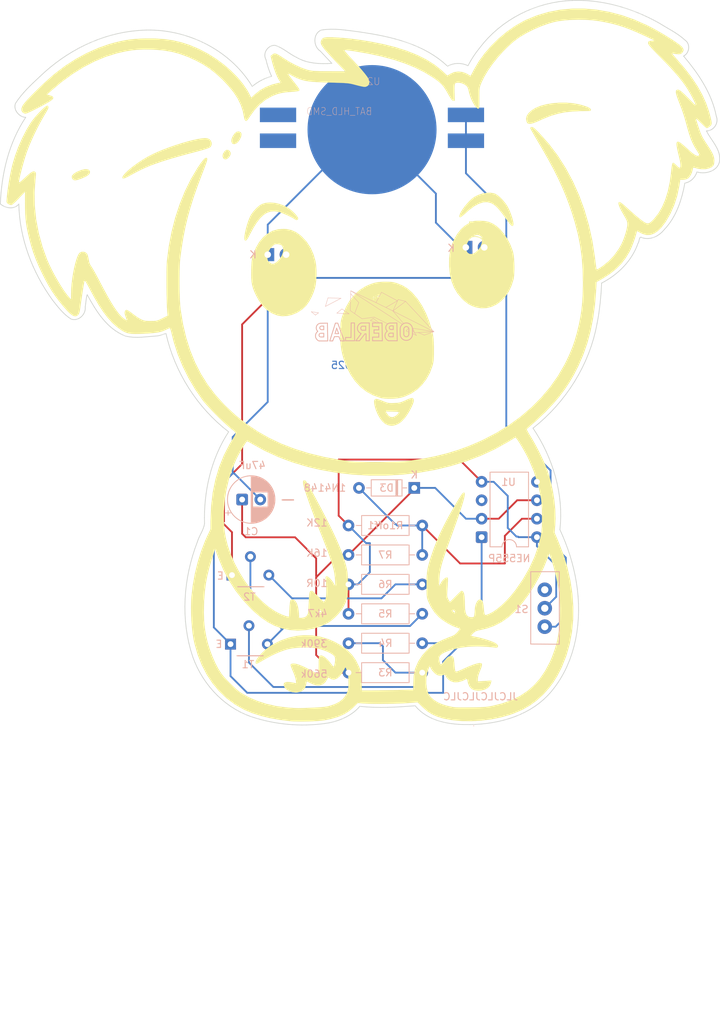
<source format=kicad_pcb>
(kicad_pcb (version 20241229) (generator "pcbnew") (generator_version "9.0")
  (layers (0 "F.Cu" signal) (2 "B.Cu" signal) (13 "F.Paste" user) (15 "B.Paste" user) (5 "F.SilkS" user) (7 "B.SilkS" user) (1 "F.Mask" user) (3 "B.Mask" user) (25 "Edge.Cuts" user))
  (net 0 "")
  (net 1 "Net-(D3-K)")
  (net 2 "Net-(D1-K)")
  (net 3 "Net-(D1-A)")
  (net 4 "Net-(D3-A)")
  (net 5 "Net-(Q1-B)")
  (net 6 "Net-(Q1-C)")
  (net 7 "Net-(Q2-C)")
  (net 8 "Net-(S1-E)")
  (net 10 "Net-(S1-A-Pad1)")
  (footprint "LOGO" (layer "F.Cu") (at 135.809143 115.9)
    (property "Reference" "G***" (hide yes))
    (property "Value" "LOGO" (hide yes))
  )
  (footprint "!Goody:LED_D3.0mm" (layer "F.Cu") (at 124.425 80.5)
    (property "Reference" "D1")
    (property "Value" "LED")
  )
  (footprint "!Goody:TO-92L_Wide" (layer "F.Cu") (at 119.5 124.6)
    (property "Reference" "Q2" (hide yes))
    (property "Value" "Q_NPN_EBC" (hide yes))
  )
  (footprint "LOGO" (layer "F.Cu") (at 135.809143 115.9)
    (property "Reference" "G***" (hide yes))
    (property "Value" "LOGO" (hide yes))
  )
  (footprint "LOGO" (layer "F.Cu") (at 135.809143 115.9)
    (property "Reference" "G***" (hide yes))
    (property "Value" "LOGO" (hide yes))
  )
  (footprint "LOGO" (layer "F.Cu") (at 135.809143 115.9)
    (property "Reference" "G***" (hide yes))
    (property "Value" "LOGO" (hide yes))
  )
  (footprint "!Goody:ob-logo_B.SilkS" (layer "F.Cu") (at 144.2 106.3)
    (property "Reference" "G***" (hide yes))
    (property "Value" "LOGO" (hide yes))
  )
  (footprint "LOGO" (layer "F.Cu") (at 135.809143 115.9)
    (property "Reference" "G***" (hide yes))
    (property "Value" "LOGO" (hide yes))
  )
  (footprint "!Goody:LED_D3.0mm" (layer "F.Cu") (at 151.725 79.5)
    (property "Reference" "D2")
    (property "Value" "LED")
  )
  (footprint "LOGO" (layer "F.Cu") (at 137.4603 93.822)
    (property "Reference" "G***" (hide yes))
    (property "Value" "LOGO" (hide yes))
  )
  (footprint "!Goody:TO-92L_Wide" (layer "F.Cu") (at 119.3 134.1)
    (property "Reference" "Q1" (hide yes))
    (property "Value" "Q_NPN_EBC" (hide yes))
  )
  (footprint "LOGO" (layer "F.Cu") (at 135.809143 115.9)
    (property "Reference" "G***" (hide yes))
    (property "Value" "LOGO" (hide yes))
  )
  (footprint "Resistor_THT:R_Axial_DIN0207_L6.3mm_D2.5mm_P10.16mm_Horizontal" (layer "B.Cu") (at 135.555821 117.773942)
    (property "Reference" "R1off1")
    (property "Value" "12K")
  )
  (footprint "!Goody:Micro_SchalterKHF" (layer "B.Cu") (at 162.6 131.7 90)
    (property "Reference" "S1")
    (property "Value" "Micro_Schalter")
  )
  (footprint "Capacitor_THT:CP_Radial_D6.3mm_P2.50mm" (layer "B.Cu") (at 120.9 114.2)
    (property "Reference" "C1")
    (property "Value" "47uF")
  )
  (footprint "Resistor_THT:R_Axial_DIN0207_L6.3mm_D2.5mm_P10.16mm_Horizontal" (layer "B.Cu") (at 135.555821 133.973942)
    (property "Reference" "R4")
    (property "Value" "390k")
  )
  (footprint "!Goody:BAT-HLD-SMD-Blech" (layer "B.Cu") (at 138.8 63.3)
    (property "Reference" "U2")
    (property "Value" "BAT_HLD_SMD")
  )
  (footprint "Resistor_THT:R_Axial_DIN0207_L6.3mm_D2.5mm_P10.16mm_Horizontal" (layer "B.Cu") (at 135.555821 138.023942)
    (property "Reference" "R3")
    (property "Value" "560k")
  )
  (footprint "Resistor_THT:R_Axial_DIN0207_L6.3mm_D2.5mm_P10.16mm_Horizontal" (layer "B.Cu") (at 135.555821 125.873942)
    (property "Reference" "R6")
    (property "Value" "10R")
  )
  (footprint "!Goody:1N4147_P7.62mm_Horizontal" (layer "B.Cu") (at 144.62 112.6 180)
    (property "Reference" "D3")
    (property "Value" "1N4148")
  )
  (footprint "Resistor_THT:R_Axial_DIN0207_L6.3mm_D2.5mm_P10.16mm_Horizontal" (layer "B.Cu") (at 135.555821 129.923942)
    (property "Reference" "R5")
    (property "Value" "4k7")
  )
  (footprint "Package_DIP:DIP-8_W7.62mm" (layer "B.Cu") (at 153.9 119.38)
    (property "Reference" "U1")
    (property "Value" "NE555P")
  )
  (footprint "Resistor_THT:R_Axial_DIN0207_L6.3mm_D2.5mm_P10.16mm_Horizontal" (layer "B.Cu") (at 135.555821 121.823942)
    (property "Reference" "R7")
    (property "Value" "16K")
  )
  (gr_line (start 120.3 126.2) (end 123.9 126.2) (stroke (width 0.15)) (layer "B.SilkS"))
  (gr_line (start 120.2 135.7) (end 123.8 135.7) (stroke (width 0.15)) (layer "B.SilkS"))
  (gr_line (start 164.4433 139.365) (end 164.7113 138.949) (stroke (width 0.1)) (layer "Edge.Cuts"))
  (gr_line (start 124.0571 52.7893) (end 124.0309 52.959) (stroke (width 0.1)) (layer "Edge.Cuts"))
  (gr_line (start 118.6825 142.204) (end 119.3201 142.665) (stroke (width 0.1)) (layer "Edge.Cuts"))
  (gr_line (start 114.456 50.839) (end 113.9173 50.6331) (stroke (width 0.1)) (layer "Edge.Cuts"))
  (gr_line (start 115.5065 138.724) (end 115.9513 139.377) (stroke (width 0.1)) (layer "Edge.Cuts"))
  (gr_line (start 184.7983 69.2098) (end 185.0473 69.1648) (stroke (width 0.1)) (layer "Edge.Cuts"))
  (gr_line (start 90.503 77.0658) (end 90.6878 77.934) (stroke (width 0.1)) (layer "Edge.Cuts"))
  (gr_line (start 169.8144 89.9516) (end 169.9416 89.266) (stroke (width 0.1)) (layer "Edge.Cuts"))
  (gr_line (start 170.8551 84.188) (end 171.2646 83.9448) (stroke (width 0.1)) (layer "Edge.Cuts"))
  (gr_line (start 94.4518 54.7225) (end 93.729 55.341) (stroke (width 0.1)) (layer "Edge.Cuts"))
  (gr_line (start 178.7833 77.3717) (end 179.0713 77.0488) (stroke (width 0.1)) (layer "Edge.Cuts"))
  (gr_line (start 145.1087 51.8987) (end 144.3546 51.585) (stroke (width 0.1)) (layer "Edge.Cuts"))
  (gr_line (start 88.5141 67.3113) (end 88.3161 68.0729) (stroke (width 0.1)) (layer "Edge.Cuts"))
  (gr_line (start 97.3526 89.375) (end 97.5425 89.4231) (stroke (width 0.1)) (layer "Edge.Cuts"))
  (gr_line (start 124.3656 52.1764) (end 124.2611 52.3154) (stroke (width 0.1)) (layer "Edge.Cuts"))
  (gr_line (start 132.1157 49.5485) (end 131.7805 49.6007) (stroke (width 0.1)) (layer "Edge.Cuts"))
  (gr_line (start 153.5848 52.1024) (end 153.1492 52.6706) (stroke (width 0.1)) (layer "Edge.Cuts"))
  (gr_line (start 147.2188 144.387) (end 147.6986 144.571) (stroke (width 0.1)) (layer "Edge.Cuts"))
  (gr_line (start 171.2646 83.9448) (end 171.6642 83.6849) (stroke (width 0.1)) (layer "Edge.Cuts"))
  (gr_line (start 169.3258 92.0591) (end 169.5958 91.0122) (stroke (width 0.1)) (layer "Edge.Cuts"))
  (gr_line (start 90.0547 61.1311) (end 90.184 61.2484) (stroke (width 0.1)) (layer "Edge.Cuts"))
  (gr_line (start 90.7733 61.5593) (end 90.9279 61.5896) (stroke (width 0.1)) (layer "Edge.Cuts"))
  (gr_line (start 175.5676 78.665) (end 175.643 78.3417) (stroke (width 0.1)) (layer "Edge.Cuts"))
  (gr_line (start 118.0734 141.705) (end 118.6825 142.204) (stroke (width 0.1)) (layer "Edge.Cuts"))
  (gr_line (start 166.6271 134.422) (end 166.8515 133.4577) (stroke (width 0.1)) (layer "Edge.Cuts"))
  (gr_line (start 117.1614 108.5779) (end 116.8814 109.3579) (stroke (width 0.1)) (layer "Edge.Cuts"))
  (gr_line (start 153.0759 145.146) (end 153.8563 145.093) (stroke (width 0.1)) (layer "Edge.Cuts"))
  (gr_line (start 171.0161 45.8866) (end 170.2541 45.7528) (stroke (width 0.1)) (layer "Edge.Cuts"))
  (gr_line (start 116.2248 111.7568) (end 116.066 112.5718) (stroke (width 0.1)) (layer "Edge.Cuts"))
  (gr_line (start 186.3293 61.8038) (end 186.2953 61.6266) (stroke (width 0.1)) (layer "Edge.Cuts"))
  (gr_line (start 165.6413 137.209) (end 166.0233 136.301) (stroke (width 0.1)) (layer "Edge.Cuts"))
  (gr_line (start 176.1734 47.5319) (end 175.4604 47.2271) (stroke (width 0.1)) (layer "Edge.Cuts"))
  (gr_line (start 185.9513 60.2901) (end 185.7673 59.7216) (stroke (width 0.1)) (layer "Edge.Cuts"))
  (gr_line (start 113.3785 124.8878) (end 113.2241 125.8915) (stroke (width 0.1)) (layer "Edge.Cuts"))
  (gr_line (start 90.6878 77.934) (end 90.9071 78.7945) (stroke (width 0.1)) (layer "Edge.Cuts"))
  (gr_line (start 90.3947 58.6786) (end 90.0142 59.175) (stroke (width 0.1)) (layer "Edge.Cuts"))
  (gr_line (start 125.0891 51.7221) (end 124.9229 51.7736) (stroke (width 0.1)) (layer "Edge.Cuts"))
  (gr_line (start 140.4133 50.4323) (end 139.6069 50.2681) (stroke (width 0.1)) (layer "Edge.Cuts"))
  (gr_line (start 151.3299 54.2572) (end 150.9676 54.2002) (stroke (width 0.1)) (layer "Edge.Cuts"))
  (gr_line (start 176.2335 78.228) (end 176.4489 78.2647) (stroke (width 0.1)) (layer "Edge.Cuts"))
  (gr_line (start 89.2648 65.0781) (end 88.9878 65.8128) (stroke (width 0.1)) (layer "Edge.Cuts"))
  (gr_line (start 176.8766 47.8577) (end 176.1734 47.5319) (stroke (width 0.1)) (layer "Edge.Cuts"))
  (gr_line (start 131.2144 52.0239) (end 131.3433 52.1979) (stroke (width 0.1)) (layer "Edge.Cuts"))
  (gr_line (start 185.7463 68.9033) (end 185.9523 68.7739) (stroke (width 0.1)) (layer "Edge.Cuts"))
  (gr_line (start 100.8118 88.1489) (end 101.096 88.5616) (stroke (width 0.1)) (layer "Edge.Cuts"))
  (gr_line (start 181.5193 72.3802) (end 181.7313 71.5169) (stroke (width 0.1)) (layer "Edge.Cuts"))
  (gr_line (start 99.4645 86.3263) (end 99.5052 86.1476) (stroke (width 0.1)) (layer "Edge.Cuts"))
  (gr_line (start 146.3072 143.928) (end 146.7542 144.174) (stroke (width 0.1)) (layer "Edge.Cuts"))
  (gr_line (start 186.5633 68.0454) (end 186.6473 67.8105) (stroke (width 0.1)) (layer "Edge.Cuts"))
  (gr_line (start 90.3536 76.191) (end 90.503 77.0658) (stroke (width 0.1)) (layer "Edge.Cuts"))
  (gr_line (start 113.0103 97.9863) (end 113.5424 98.862) (stroke (width 0.1)) (layer "Edge.Cuts"))
  (gr_line (start 162.6174 102.9697) (end 163.3881 102.2124) (stroke (width 0.1)) (layer "Edge.Cuts"))
  (gr_line (start 181.2603 73.2323) (end 181.5193 72.3802) (stroke (width 0.1)) (layer "Edge.Cuts"))
  (gr_line (start 124.1053 52.624) (end 124.0571 52.7893) (stroke (width 0.1)) (layer "Edge.Cuts"))
  (gr_line (start 116.9467 140.603) (end 117.4943 141.171) (stroke (width 0.1)) (layer "Edge.Cuts"))
  (gr_line (start 91.761 81.3194) (end 92.1077 82.1388) (stroke (width 0.1)) (layer "Edge.Cuts"))
  (gr_line (start 184.2943 69.2367) (end 184.5463 69.2338) (stroke (width 0.1)) (layer "Edge.Cuts"))
  (gr_line (start 149.2022 54.5664) (end 148.5826 54.0162) (stroke (width 0.1)) (layer "Edge.Cuts"))
  (gr_line (start 166.3375 122.7918) (end 166.0674 121.8817) (stroke (width 0.1)) (layer "Edge.Cuts"))
  (gr_line (start 116.6322 110.1486) (end 116.4134 110.9487) (stroke (width 0.1)) (layer "Edge.Cuts"))
  (gr_line (start 132.6405 54.2056) (end 132.0145 54.2126) (stroke (width 0.1)) (layer "Edge.Cuts"))
  (gr_line (start 167.9451 45.5221) (end 167.1701 45.5051) (stroke (width 0.1)) (layer "Edge.Cuts"))
  (gr_line (start 154.6377 145.01) (end 155.4172 144.894) (stroke (width 0.1)) (layer "Edge.Cuts"))
  (gr_line (start 150.6011 54.1857) (end 150.2359 54.2144) (stroke (width 0.1)) (layer "Edge.Cuts"))
  (gr_line (start 131.2596 49.9955) (end 131.1403 50.1699) (stroke (width 0.1)) (layer "Edge.Cuts"))
  (gr_line (start 164.1253 101.4221) (end 164.8275 100.6005) (stroke (width 0.1)) (layer "Edge.Cuts"))
  (gr_line (start 90.3227 61.3515) (end 90.4685 61.4387) (stroke (width 0.1)) (layer "Edge.Cuts"))
  (gr_line (start 99.2328 88.2525) (end 99.2713 88.0685) (stroke (width 0.1)) (layer "Edge.Cuts"))
  (gr_line (start 170.4366 84.4141) (end 170.8551 84.188) (stroke (width 0.1)) (layer "Edge.Cuts"))
  (gr_line (start 132.8877 144.934) (end 133.4799 144.793) (stroke (width 0.1)) (layer "Edge.Cuts"))
  (gr_line (start 149.7208 145.039) (end 150.24 145.099) (stroke (width 0.1)) (layer "Edge.Cuts"))
  (gr_line (start 116.5319 51.8366) (end 116.0261 51.5615) (stroke (width 0.1)) (layer "Edge.Cuts"))
  (gr_line (start 130.1443 54.0184) (end 129.839 53.9445) (stroke (width 0.1)) (layer "Edge.Cuts"))
  (gr_line (start 136.691 143.106) (end 136.9074 142.889) (stroke (width 0.1)) (layer "Edge.Cuts"))
  (gr_line (start 114.7364 120.0137) (end 114.3899 120.963) (stroke (width 0.1)) (layer "Edge.Cuts"))
  (gr_line (start 124.9561 55.9551) (end 124.5933 56.064) (stroke (width 0.1)) (layer "Edge.Cuts"))
  (gr_line (start 115.9513 139.377) (end 116.4319 140.005) (stroke (width 0.1)) (layer "Edge.Cuts"))
  (gr_line (start 183.5713 69.1191) (end 183.8043 69.1794) (stroke (width 0.1)) (layer "Edge.Cuts"))
  (gr_line (start 93.0317 55.9861) (end 92.117 56.8457) (stroke (width 0.1)) (layer "Edge.Cuts"))
  (gr_line (start 150.2359 54.2144) (end 149.8774 54.287) (stroke (width 0.1)) (layer "Edge.Cuts"))
  (gr_line (start 145.8802 143.648) (end 146.3072 143.928) (stroke (width 0.1)) (layer "Edge.Cuts"))
  (gr_line (start 94.7679 86.7476) (end 95.3434 87.4731) (stroke (width 0.1)) (layer "Edge.Cuts"))
  (gr_line (start 161.825 46.3134) (end 160.9473 46.6208) (stroke (width 0.1)) (layer "Edge.Cuts"))
  (gr_line (start 98.8745 88.9074) (end 98.9912 88.7597) (stroke (width 0.1)) (layer "Edge.Cuts"))
  (gr_line (start 87.8681 70.3926) (end 87.7651 71.1736) (stroke (width 0.1)) (layer "Edge.Cuts"))
  (gr_line (start 125.9677 144.99) (end 126.5941 145.072) (stroke (width 0.1)) (layer "Edge.Cuts"))
  (gr_line (start 124.7237 144.772) (end 125.3441 144.89) (stroke (width 0.1)) (layer "Edge.Cuts"))
  (gr_line (start 161.4794 105.1517) (end 160.9815 104.3789) (stroke (width 0.1)) (layer "Edge.Cuts"))
  (gr_line (start 95.3434 87.4731) (end 95.6418 87.8322) (stroke (width 0.1)) (layer "Edge.Cuts"))
  (gr_line (start 130.9244 50.9884) (end 130.9339 51.206) (stroke (width 0.1)) (layer "Edge.Cuts"))
  (gr_line (start 102.3754 90.0823) (end 102.736 90.418) (stroke (width 0.1)) (layer "Edge.Cuts"))
  (gr_line (start 111.7033 49.99) (end 111.1381 49.8754) (stroke (width 0.1)) (layer "Edge.Cuts"))
  (gr_line (start 88.7378 66.5576) (end 88.5141 67.3113) (stroke (width 0.1)) (layer "Edge.Cuts"))
  (gr_line (start 171.7732 46.0475) (end 171.0161 45.8866) (stroke (width 0.1)) (layer "Edge.Cuts"))
  (gr_line (start 159.8895 143.456) (end 160.5732 143.082) (stroke (width 0.1)) (layer "Edge.Cuts"))
  (gr_line (start 164.7997 116.5022) (end 164.7853 115.5814) (stroke (width 0.1)) (layer "Edge.Cuts"))
  (gr_line (start 124.5933 56.064) (end 124.2368 56.1922) (stroke (width 0.1)) (layer "Edge.Cuts"))
  (gr_line (start 102.0321 89.7264) (end 102.3754 90.0823) (stroke (width 0.1)) (layer "Edge.Cuts"))
  (gr_line (start 119.0362 104.8828) (end 118.5967 105.5902) (stroke (width 0.1)) (layer "Edge.Cuts"))
  (gr_line (start 184.5463 69.2338) (end 184.7983 69.2098) (stroke (width 0.1)) (layer "Edge.Cuts"))
  (gr_line (start 178.2513 48.5685) (end 177.5693 48.2035) (stroke (width 0.1)) (layer "Edge.Cuts"))
  (gr_line (start 181.0603 50.2817) (end 180.6063 49.9758) (stroke (width 0.1)) (layer "Edge.Cuts"))
  (gr_line (start 164.6885 118.3457) (end 164.7678 117.4241) (stroke (width 0.1)) (layer "Edge.Cuts"))
  (gr_line (start 122.8876 144.314) (end 123.4949 144.484) (stroke (width 0.1)) (layer "Edge.Cuts"))
  (gr_line (start 115.7178 117.5332) (end 115.6476 117.8579) (stroke (width 0.1)) (layer "Edge.Cuts"))
  (gr_line (start 176.6641 78.2808) (end 176.8782 78.2774) (stroke (width 0.1)) (layer "Edge.Cuts"))
  (gr_line (start 90.9071 78.7945) (end 91.1597 79.6462) (stroke (width 0.1)) (layer "Edge.Cuts"))
  (gr_line (start 87.8657 73.7299) (end 88.184 73.8922) (stroke (width 0.1)) (layer "Edge.Cuts"))
  (gr_line (start 90.8 58.2) (end 90.3947 58.6786) (stroke (width 0.1)) (layer "Edge.Cuts"))
  (gr_line (start 121.982 56.8595) (end 121.6538 56.3833) (stroke (width 0.1)) (layer "Edge.Cuts"))
  (gr_line (start 167.091 126.5446) (end 166.9499 125.5718) (stroke (width 0.1)) (layer "Edge.Cuts"))
  (gr_line (start 96.7604 53.0415) (end 95.9687 53.5714) (stroke (width 0.1)) (layer "Edge.Cuts"))
  (gr_line (start 132.0145 54.2126) (end 131.3871 54.1888) (stroke (width 0.1)) (layer "Edge.Cuts"))
  (gr_line (start 142.8372 142.717) (end 144.7432 142.584) (stroke (width 0.1)) (layer "Edge.Cuts"))
  (gr_line (start 92.4837 82.9452) (end 92.888 83.7377) (stroke (width 0.1)) (layer "Edge.Cuts"))
  (gr_line (start 182.4223 51.7871) (end 182.3893 51.6286) (stroke (width 0.1)) (layer "Edge.Cuts"))
  (gr_line (start 124.5067 54.817) (end 124.7142 55.3927) (stroke (width 0.1)) (layer "Edge.Cuts"))
  (gr_line (start 118.1899 106.3147) (end 117.8153 107.055) (stroke (width 0.1)) (layer "Edge.Cuts"))
  (gr_line (start 91.0811 61.5977) (end 90.6579 62.2641) (stroke (width 0.1)) (layer "Edge.Cuts"))
  (gr_line (start 131.3433 52.1979) (end 131.495 52.3528) (stroke (width 0.1)) (layer "Edge.Cuts"))
  (gr_line (start 173.7908 81.7917) (end 174.0899 81.4235) (stroke (width 0.1)) (layer "Edge.Cuts"))
  (gr_line (start 165.4645 45.5756) (end 164.5404 45.6842) (stroke (width 0.1)) (layer "Edge.Cuts"))
  (gr_line (start 175.8128 78.1024) (end 175.8701 78.1022) (stroke (width 0.1)) (layer "Edge.Cuts"))
  (gr_line (start 182.4693 70.4677) (end 182.7213 70.3125) (stroke (width 0.1)) (layer "Edge.Cuts"))
  (gr_line (start 99.2533 51.6516) (end 98.4039 52.0802) (stroke (width 0.1)) (layer "Edge.Cuts"))
  (gr_line (start 172.0527 83.4085) (end 172.429 83.1161) (stroke (width 0.1)) (layer "Edge.Cuts"))
  (gr_line (start 182.2173 52.7269) (end 182.2963 52.5831) (stroke (width 0.1)) (layer "Edge.Cuts"))
  (gr_line (start 163.2927 140.866) (end 163.5514 140.563) (stroke (width 0.1)) (layer "Edge.Cuts"))
  (gr_line (start 128.4842 145.215) (end 129.1161 145.228) (stroke (width 0.1)) (layer "Edge.Cuts"))
  (gr_line (start 115.7644 115.0449) (end 115.721 115.8744) (stroke (width 0.1)) (layer "Edge.Cuts"))
  (gr_line (start 181.7313 71.5169) (end 181.9053 70.6504) (stroke (width 0.1)) (layer "Edge.Cuts"))
  (gr_line (start 183.1903 55.0118) (end 182.4723 54.072) (stroke (width 0.1)) (layer "Edge.Cuts"))
  (gr_line (start 161.9477 105.9447) (end 161.4794 105.1517) (stroke (width 0.1)) (layer "Edge.Cuts"))
  (gr_line (start 96.274 88.5159) (end 96.6134 88.8299) (stroke (width 0.1)) (layer "Edge.Cuts"))
  (gr_line (start 116.8814 109.3579) (end 116.6322 110.1486) (stroke (width 0.1)) (layer "Edge.Cuts"))
  (gr_line (start 117.8153 107.055) (end 117.4726 107.8098) (stroke (width 0.1)) (layer "Edge.Cuts"))
  (gr_line (start 90.0041 73.6752) (end 90.128 73.5371) (stroke (width 0.1)) (layer "Edge.Cuts"))
  (gr_line (start 116.4134 110.9487) (end 116.2248 111.7568) (stroke (width 0.1)) (layer "Edge.Cuts"))
  (gr_line (start 139.0183 142.793) (end 139.9728 142.81) (stroke (width 0.1)) (layer "Edge.Cuts"))
  (gr_line (start 161.8615 142.207) (end 162.4601 141.704) (stroke (width 0.1)) (layer "Edge.Cuts"))
  (gr_line (start 162.3853 106.7565) (end 161.9477 105.9447) (stroke (width 0.1)) (layer "Edge.Cuts"))
  (gr_line (start 152.0206 54.4961) (end 151.6827 54.3561) (stroke (width 0.1)) (layer "Edge.Cuts"))
  (gr_line (start 184.0463 69.2185) (end 184.2943 69.2367) (stroke (width 0.1)) (layer "Edge.Cuts"))
  (gr_line (start 115.0987 138.047) (end 115.5065 138.724) (stroke (width 0.1)) (layer "Edge.Cuts"))
  (gr_line (start 131.0475 50.3598) (end 130.9808 50.5619) (stroke (width 0.1)) (layer "Edge.Cuts"))
  (gr_line (start 129.7479 145.223) (end 130.3792 145.2) (stroke (width 0.1)) (layer "Edge.Cuts"))
  (gr_line (start 186.4723 66.1535) (end 186.3563 65.8937) (stroke (width 0.1)) (layer "Edge.Cuts"))
  (gr_line (start 100.0285 86.8718) (end 100.5398 87.7282) (stroke (width 0.1)) (layer "Edge.Cuts"))
  (gr_line (start 167.1701 45.5051) (end 166.3936 45.5195) (stroke (width 0.1)) (layer "Edge.Cuts"))
  (gr_line (start 186.2933 62.3324) (end 186.3273 62.1587) (stroke (width 0.1)) (layer "Edge.Cuts"))
  (gr_line (start 98.2735 89.3393) (end 98.4404 89.2591) (stroke (width 0.1)) (layer "Edge.Cuts"))
  (gr_line (start 116.4319 140.005) (end 116.9467 140.603) (stroke (width 0.1)) (layer "Edge.Cuts"))
  (gr_line (start 124.0309 52.959) (end 124.0282 53.1309) (stroke (width 0.1)) (layer "Edge.Cuts"))
  (gr_line (start 166.3936 45.5196) (end 166.3936 45.5196) (stroke (width 0.1)) (layer "Edge.Cuts"))
  (gr_line (start 105.3809 91.8151) (end 105.931 91.8686) (stroke (width 0.1)) (layer "Edge.Cuts"))
  (gr_line (start 180.1513 75.6425) (end 180.3753 75.2617) (stroke (width 0.1)) (layer "Edge.Cuts"))
  (gr_line (start 120.5665 55.0406) (end 120.172 54.6225) (stroke (width 0.1)) (layer "Edge.Cuts"))
  (gr_line (start 124.9229 51.7736) (end 124.7658 51.8469) (stroke (width 0.1)) (layer "Edge.Cuts"))
  (gr_line (start 107.1239 49.6145) (end 106.5498 49.6572) (stroke (width 0.1)) (layer "Edge.Cuts"))
  (gr_line (start 113.1109 126.9003) (end 113.0401 127.9124) (stroke (width 0.1)) (layer "Edge.Cuts"))
  (gr_line (start 123.4949 144.484) (end 124.1071 144.637) (stroke (width 0.1)) (layer "Edge.Cuts"))
  (gr_line (start 99.2713 88.0685) (end 99.2859 87.8804) (stroke (width 0.1)) (layer "Edge.Cuts"))
  (gr_line (start 165.4932 99.749) (end 166.1209 98.8695) (stroke (width 0.1)) (layer "Edge.Cuts"))
  (gr_line (start 104.3724 91.5105) (end 104.835 91.709) (stroke (width 0.1)) (layer "Edge.Cuts"))
  (gr_line (start 164.7853 115.5814) (end 164.7262 114.6631) (stroke (width 0.1)) (layer "Edge.Cuts"))
  (gr_line (start 103.5134 91.0192) (end 103.9322 91.2798) (stroke (width 0.1)) (layer "Edge.Cuts"))
  (gr_line (start 136.227 143.5) (end 136.464 143.309) (stroke (width 0.1)) (layer "Edge.Cuts"))
  (gr_line (start 160.0876 46.9752) (end 159.2485 47.3756) (stroke (width 0.1)) (layer "Edge.Cuts"))
  (gr_line (start 124.0507 53.3028) (end 124.1 53.4726) (stroke (width 0.1)) (layer "Edge.Cuts"))
  (gr_line (start 177.5693 48.2035) (end 176.8766 47.8577) (stroke (width 0.1)) (layer "Edge.Cuts"))
  (gr_line (start 109.835 91.5373) (end 110.3995 91.336) (stroke (width 0.1)) (layer "Edge.Cuts"))
  (gr_line (start 113.8099 134.929) (end 114.1124 135.898) (stroke (width 0.1)) (layer "Edge.Cuts"))
  (gr_line (start 167.7612 96.0779) (end 168.222 95.1017) (stroke (width 0.1)) (layer "Edge.Cuts"))
  (gr_line (start 99.1721 88.4303) (end 99.2328 88.2525) (stroke (width 0.1)) (layer "Edge.Cuts"))
  (gr_line (start 138.7996 50.1203) (end 137.1919 49.8645) (stroke (width 0.1)) (layer "Edge.Cuts"))
  (gr_line (start 157.7149 144.341) (end 158.4574 144.085) (stroke (width 0.1)) (layer "Edge.Cuts"))
  (gr_line (start 124.1 53.4726) (end 124.1777 53.638) (stroke (width 0.1)) (layer "Edge.Cuts"))
  (gr_line (start 160.9473 46.6208) (end 160.0876 46.9752) (stroke (width 0.1)) (layer "Edge.Cuts"))
  (gr_line (start 130.7623 54.1267) (end 130.1443 54.0184) (stroke (width 0.1)) (layer "Edge.Cuts"))
  (gr_line (start 182.4283 52.1118) (end 182.4343 51.949) (stroke (width 0.1)) (layer "Edge.Cuts"))
  (gr_line (start 124.7142 55.3927) (end 124.9561 55.9551) (stroke (width 0.1)) (layer "Edge.Cuts"))
  (gr_line (start 164.965 138.525) (end 165.2044 138.093) (stroke (width 0.1)) (layer "Edge.Cuts"))
  (gr_line (start 131.4059 49.8402) (end 131.2596 49.9955) (stroke (width 0.1)) (layer "Edge.Cuts"))
  (gr_line (start 110.646 92.3303) (end 110.9364 93.3125) (stroke (width 0.1)) (layer "Edge.Cuts"))
  (gr_line (start 158.4574 144.085) (end 159.1832 143.79) (stroke (width 0.1)) (layer "Edge.Cuts"))
  (gr_line (start 115.6476 117.8579) (end 115.5434 118.1723) (stroke (width 0.1)) (layer "Edge.Cuts"))
  (gr_line (start 89.5901 60.0417) (end 89.5943 60.215) (stroke (width 0.1)) (layer "Edge.Cuts"))
  (gr_line (start 139.6069 50.2681) (end 138.7996 50.1203) (stroke (width 0.1)) (layer "Edge.Cuts"))
  (gr_line (start 117.4943 141.171) (end 118.0734 141.705) (stroke (width 0.1)) (layer "Edge.Cuts"))
  (gr_line (start 105.6005 49.7539) (end 104.6594 49.8969) (stroke (width 0.1)) (layer "Edge.Cuts"))
  (gr_line (start 123.8876 56.3394) (end 123.5469 56.5053) (stroke (width 0.1)) (layer "Edge.Cuts"))
  (gr_line (start 186.1663 62.6623) (end 186.2393 62.501) (stroke (width 0.1)) (layer "Edge.Cuts"))
  (gr_line (start 168.7179 45.5696) (end 167.9451 45.5221) (stroke (width 0.1)) (layer "Edge.Cuts"))
  (gr_line (start 128.6555 53.4951) (end 128.3715 53.3395) (stroke (width 0.1)) (layer "Edge.Cuts"))
  (gr_line (start 118.2387 104.2414) (end 119.0362 104.8828) (stroke (width 0.1)) (layer "Edge.Cuts"))
  (gr_line (start 139.9728 142.81) (end 140.9277 142.799) (stroke (width 0.1)) (layer "Edge.Cuts"))
  (gr_line (start 166.7091 97.9633) (end 167.2564 97.0323) (stroke (width 0.1)) (layer "Edge.Cuts"))
  (gr_line (start 168.222 95.1017) (end 168.6374 94.1055) (stroke (width 0.1)) (layer "Edge.Cuts"))
  (gr_line (start 161.8147 103.6924) (end 162.6174 102.9697) (stroke (width 0.1)) (layer "Edge.Cuts"))
  (gr_line (start 181.4983 50.6095) (end 181.0603 50.2817) (stroke (width 0.1)) (layer "Edge.Cuts"))
  (gr_line (start 183.3233 69.6577) (end 183.4643 69.3949) (stroke (width 0.1)) (layer "Edge.Cuts"))
  (gr_line (start 88.5265 74.0033) (end 88.7026 74.0373) (stroke (width 0.1)) (layer "Edge.Cuts"))
  (gr_line (start 162.7182 46.0541) (end 161.825 46.3134) (stroke (width 0.1)) (layer "Edge.Cuts"))
  (gr_line (start 114.9767 119.3878) (end 114.845 119.6967) (stroke (width 0.1)) (layer "Edge.Cuts"))
  (gr_line (start 112.516 97.0887) (end 113.0103 97.9863) (stroke (width 0.1)) (layer "Edge.Cuts"))
  (gr_line (start 99.5538 86.0117) (end 100.0285 86.8718) (stroke (width 0.1)) (layer "Edge.Cuts"))
  (gr_line (start 131.495 52.3528) (end 131.669 52.4851) (stroke (width 0.1)) (layer "Edge.Cuts"))
  (gr_line (start 115.9365 113.3924) (end 115.8361 114.2172) (stroke (width 0.1)) (layer "Edge.Cuts"))
  (gr_line (start 186.6973 67.5544) (end 186.7113 67.2583) (stroke (width 0.1)) (layer "Edge.Cuts"))
  (gr_line (start 114.7295 137.349) (end 115.0987 138.047) (stroke (width 0.1)) (layer "Edge.Cuts"))
  (gr_line (start 153.8563 145.093) (end 154.6377 145.01) (stroke (width 0.1)) (layer "Edge.Cuts"))
  (gr_line (start 130.3792 145.2) (end 131.0093 145.16) (stroke (width 0.1)) (layer "Edge.Cuts"))
  (gr_line (start 110.9364 93.3125) (end 111.2696 94.2812) (stroke (width 0.1)) (layer "Edge.Cuts"))
  (gr_line (start 96.6134 88.8299) (end 96.972 89.118) (stroke (width 0.1)) (layer "Edge.Cuts"))
  (gr_line (start 124.7658 51.8469) (end 124.6195 51.94) (stroke (width 0.1)) (layer "Edge.Cuts"))
  (gr_line (start 149.8774 54.287) (end 149.531 54.4041) (stroke (width 0.1)) (layer "Edge.Cuts"))
  (gr_line (start 100.5398 87.7282) (end 100.8118 88.1489) (stroke (width 0.1)) (layer "Edge.Cuts"))
  (gr_line (start 121.3905 143.795) (end 122.1283 144.079) (stroke (width 0.1)) (layer "Edge.Cuts"))
  (gr_line (start 120.6756 143.462) (end 121.3905 143.795) (stroke (width 0.1)) (layer "Edge.Cuts"))
  (gr_line (start 167.0259 132.4813) (end 167.1515 131.4959) (stroke (width 0.1)) (layer "Edge.Cuts"))
  (gr_line (start 124.6195 51.94) (end 124.4856 52.0505) (stroke (width 0.1)) (layer "Edge.Cuts"))
  (gr_line (start 107.6991 49.5923) (end 107.1239 49.6145) (stroke (width 0.1)) (layer "Edge.Cuts"))
  (gr_line (start 176.4489 78.2647) (end 176.6641 78.2808) (stroke (width 0.1)) (layer "Edge.Cuts"))
  (gr_line (start 143.5861 51.3022) (end 142.8055 51.048) (stroke (width 0.1)) (layer "Edge.Cuts"))
  (gr_line (start 114.845 119.6967) (end 114.7364 120.0137) (stroke (width 0.1)) (layer "Edge.Cuts"))
  (gr_line (start 144.7432 142.584) (end 145.0958 142.978) (stroke (width 0.1)) (layer "Edge.Cuts"))
  (gr_line (start 130.9808 50.5619) (end 130.9399 50.7726) (stroke (width 0.1)) (layer "Edge.Cuts"))
  (gr_line (start 114.1124 135.898) (end 114.4003 136.632) (stroke (width 0.1)) (layer "Edge.Cuts"))
  (gr_line (start 163.6242 45.844) (end 162.7182 46.0541) (stroke (width 0.1)) (layer "Edge.Cuts"))
  (gr_line (start 164.2922 111.9383) (end 164.0663 111.045) (stroke (width 0.1)) (layer "Edge.Cuts"))
  (gr_line (start 91.6659 57.286) (end 91.2253 57.7366) (stroke (width 0.1)) (layer "Edge.Cuts"))
  (gr_line (start 103.7277 50.085) (end 102.8066 50.3168) (stroke (width 0.1)) (layer "Edge.Cuts"))
  (gr_line (start 123.5469 56.5053) (end 123.2159 56.6896) (stroke (width 0.1)) (layer "Edge.Cuts"))
  (gr_line (start 119.3201 142.665) (end 119.985 143.085) (stroke (width 0.1)) (layer "Edge.Cuts"))
  (gr_line (start 175.5209 78.8142) (end 175.5676 78.665) (stroke (width 0.1)) (layer "Edge.Cuts"))
  (gr_line (start 175.2835 79.3762) (end 175.4542 78.9277) (stroke (width 0.1)) (layer "Edge.Cuts"))
  (gr_line (start 164.7262 114.6631) (end 164.6234 113.7488) (stroke (width 0.1)) (layer "Edge.Cuts"))
  (gr_line (start 156.1919 144.745) (end 156.9588 144.561) (stroke (width 0.1)) (layer "Edge.Cuts"))
  (gr_line (start 101.096 88.5616) (end 101.3934 88.9636) (stroke (width 0.1)) (layer "Edge.Cuts"))
  (gr_line (start 90.1651 74.4256) (end 90.2406 75.3106) (stroke (width 0.1)) (layer "Edge.Cuts"))
  (gr_line (start 116.066 112.5718) (end 115.9365 113.3924) (stroke (width 0.1)) (layer "Edge.Cuts"))
  (gr_line (start 120.9454 55.4736) (end 120.5665 55.0406) (stroke (width 0.1)) (layer "Edge.Cuts"))
  (gr_line (start 161.2316 142.666) (end 161.8615 142.207) (stroke (width 0.1)) (layer "Edge.Cuts"))
  (gr_line (start 165.4298 137.655) (end 165.6413 137.209) (stroke (width 0.1)) (layer "Edge.Cuts"))
  (gr_line (start 118.9014 53.459) (end 118.451 53.1023) (stroke (width 0.1)) (layer "Edge.Cuts"))
  (gr_line (start 101.7051 89.3527) (end 102.0321 89.7264) (stroke (width 0.1)) (layer "Edge.Cuts"))
  (gr_line (start 162.7908 107.5855) (end 162.3853 106.7565) (stroke (width 0.1)) (layer "Edge.Cuts"))
  (gr_line (start 131.669 52.4851) (end 133.2608 54.1758) (stroke (width 0.1)) (layer "Edge.Cuts"))
  (gr_line (start 119.3389 53.8314) (end 118.9014 53.459) (stroke (width 0.1)) (layer "Edge.Cuts"))
  (gr_line (start 176.8782 78.2774) (end 177.0905 78.2554) (stroke (width 0.1)) (layer "Edge.Cuts"))
  (gr_line (start 185.8473 63.0837) (end 185.9693 62.9557) (stroke (width 0.1)) (layer "Edge.Cuts"))
  (gr_line (start 166.7799 124.6377) (end 166.5754 123.7108) (stroke (width 0.1)) (layer "Edge.Cuts"))
  (gr_line (start 89.6228 60.385) (end 89.6734 60.5502) (stroke (width 0.1)) (layer "Edge.Cuts"))
  (gr_line (start 131.6378 145.102) (end 132.2642 145.027) (stroke (width 0.1)) (layer "Edge.Cuts"))
  (gr_line (start 122.5873 57.1121) (end 122.292 57.3496) (stroke (width 0.1)) (layer "Edge.Cuts"))
  (gr_line (start 113.2241 125.8915) (end 113.1109 126.9003) (stroke (width 0.1)) (layer "Edge.Cuts"))
  (gr_line (start 149.531 54.4041) (end 149.2022 54.5664) (stroke (width 0.1)) (layer "Edge.Cuts"))
  (gr_line (start 119.985 143.085) (end 120.6756 143.462) (stroke (width 0.1)) (layer "Edge.Cuts"))
  (gr_line (start 164.1607 139.773) (end 164.4433 139.365) (stroke (width 0.1)) (layer "Edge.Cuts"))
  (gr_line (start 181.9153 50.9654) (end 181.4983 50.6095) (stroke (width 0.1)) (layer "Edge.Cuts"))
  (gr_line (start 152.3651 53.8685) (end 152.0206 54.4961) (stroke (width 0.1)) (layer "Edge.Cuts"))
  (gr_line (start 166.3936 45.5196) (end 165.4645 45.5756) (stroke (width 0.1)) (layer "Edge.Cuts"))
  (gr_line (start 182.4023 52.2733) (end 182.4283 52.1118) (stroke (width 0.1)) (layer "Edge.Cuts"))
  (gr_line (start 185.2903 69.0987) (end 185.5243 69.0115) (stroke (width 0.1)) (layer "Edge.Cuts"))
  (gr_line (start 147.935 53.5115) (end 147.2614 53.0498) (stroke (width 0.1)) (layer "Edge.Cuts"))
  (gr_line (start 111.6446 95.2345) (end 112.0604 96.1709) (stroke (width 0.1)) (layer "Edge.Cuts"))
  (gr_line (start 87.9938 69.6147) (end 87.8681 70.3926) (stroke (width 0.1)) (layer "Edge.Cuts"))
  (gr_line (start 122.1283 144.079) (end 122.8876 144.314) (stroke (width 0.1)) (layer "Edge.Cuts"))
  (gr_line (start 167.1908 127.5275) (end 167.091 126.5446) (stroke (width 0.1)) (layer "Edge.Cuts"))
  (gr_line (start 175.9383 78.1238) (end 176.0186 78.1699) (stroke (width 0.1)) (layer "Edge.Cuts"))
  (gr_line (start 181.9053 70.6504) (end 182.1973 70.5822) (stroke (width 0.1)) (layer "Edge.Cuts"))
  (gr_line (start 97.7313 89.4416) (end 97.9172 89.4325) (stroke (width 0.1)) (layer "Edge.Cuts"))
  (gr_line (start 132.4521 49.511) (end 132.1157 49.5485) (stroke (width 0.1)) (layer "Edge.Cuts"))
  (gr_line (start 185.4423 64.4189) (end 185.1373 63.9427) (stroke (width 0.1)) (layer "Edge.Cuts"))
  (gr_line (start 99.2859 87.8804) (end 99.2747 87.6901) (stroke (width 0.1)) (layer "Edge.Cuts"))
  (gr_line (start 126.5941 145.072) (end 127.2227 145.138) (stroke (width 0.1)) (layer "Edge.Cuts"))
  (gr_line (start 170.3565 85.8063) (end 170.4366 84.4141) (stroke (width 0.1)) (layer "Edge.Cuts"))
  (gr_line (start 94.2606 86.0212) (end 94.7679 86.7476) (stroke (width 0.1)) (layer "Edge.Cuts"))
  (gr_line (start 91.1597 79.6462) (end 91.4447 80.4882) (stroke (width 0.1)) (layer "Edge.Cuts"))
  (gr_line (start 117.9882 52.7615) (end 117.5137 52.4368) (stroke (width 0.1)) (layer "Edge.Cuts"))
  (gr_line (start 116.0279 102.1133) (end 116.7335 102.8549) (stroke (width 0.1)) (layer "Edge.Cuts"))
  (gr_line (start 103.115 90.7311) (end 103.5134 91.0192) (stroke (width 0.1)) (layer "Edge.Cuts"))
  (gr_line (start 185.7123 63.1966) (end 185.8473 63.0837) (stroke (width 0.1)) (layer "Edge.Cuts"))
  (gr_line (start 186.0793 65.3888) (end 185.7663 64.8991) (stroke (width 0.1)) (layer "Edge.Cuts"))
  (gr_line (start 150.9676 54.2002) (end 150.6011 54.1857) (stroke (width 0.1)) (layer "Edge.Cuts"))
  (gr_line (start 128.9447 53.6325) (end 128.6555 53.4951) (stroke (width 0.1)) (layer "Edge.Cuts"))
  (gr_line (start 152.742 53.2597) (end 152.3651 53.8685) (stroke (width 0.1)) (layer "Edge.Cuts"))
  (gr_line (start 96.972 89.118) (end 97.3526 89.375) (stroke (width 0.1)) (layer "Edge.Cuts"))
  (gr_line (start 108.15 91.769) (end 109.2535 91.6804) (stroke (width 0.1)) (layer "Edge.Cuts"))
  (gr_line (start 123.2159 56.6896) (end 122.8956 56.8919) (stroke (width 0.1)) (layer "Edge.Cuts"))
  (gr_line (start 144.3546 51.585) (end 143.5861 51.3022) (stroke (width 0.1)) (layer "Edge.Cuts"))
  (gr_line (start 113.0292 129.9388) (end 113.0911 130.9493) (stroke (width 0.1)) (layer "Edge.Cuts"))
  (gr_line (start 151.2781 145.164) (end 152.2994 145.169) (stroke (width 0.1)) (layer "Edge.Cuts"))
  (gr_line (start 182.0533 51.0731) (end 181.9153 50.9654) (stroke (width 0.1)) (layer "Edge.Cuts"))
  (gr_line (start 175.0887 79.8121) (end 175.2835 79.3762) (stroke (width 0.1)) (layer "Edge.Cuts"))
  (gr_line (start 89.7203 73.884) (end 89.8676 73.7905) (stroke (width 0.1)) (layer "Edge.Cuts"))
  (gr_line (start 182.1203 52.8601) (end 182.2173 52.7269) (stroke (width 0.1)) (layer "Edge.Cuts"))
  (gr_line (start 172.429 83.1161) (end 172.792 82.8079) (stroke (width 0.1)) (layer "Edge.Cuts"))
  (gr_line (start 171.6642 83.6849) (end 172.0527 83.4085) (stroke (width 0.1)) (layer "Edge.Cuts"))
  (gr_line (start 130.968 51.4218) (end 131.0264 51.6324) (stroke (width 0.1)) (layer "Edge.Cuts"))
  (gr_line (start 116.0261 51.5615) (end 115.511 51.3034) (stroke (width 0.1)) (layer "Edge.Cuts"))
  (gr_line (start 90.184 61.2484) (end 90.3227 61.3515) (stroke (width 0.1)) (layer "Edge.Cuts"))
  (gr_line (start 182.2633 51.3305) (end 182.1693 51.1955) (stroke (width 0.1)) (layer "Edge.Cuts"))
  (gr_line (start 186.6923 66.9709) (end 186.6443 66.6914) (stroke (width 0.1)) (layer "Edge.Cuts"))
  (gr_line (start 169.9416 89.266) (end 170.0528 88.5779) (stroke (width 0.1)) (layer "Edge.Cuts"))
  (gr_line (start 163.5004 109.2895) (end 163.1629 108.4304) (stroke (width 0.1)) (layer "Edge.Cuts"))
  (gr_line (start 155.4515 50.0285) (end 154.7898 50.6818) (stroke (width 0.1)) (layer "Edge.Cuts"))
  (gr_line (start 175.4542 78.9277) (end 175.5209 78.8142) (stroke (width 0.1)) (layer "Edge.Cuts"))
  (gr_line (start 117.028 52.1284) (end 116.5319 51.8366) (stroke (width 0.1)) (layer "Edge.Cuts"))
  (gr_line (start 95.6418 87.8322) (end 95.951 88.1816) (stroke (width 0.1)) (layer "Edge.Cuts"))
  (gr_line (start 112.8209 50.275) (end 112.2644 50.1232) (stroke (width 0.1)) (layer "Edge.Cuts"))
  (gr_line (start 163.8019 110.1616) (end 163.5004 109.2895) (stroke (width 0.1)) (layer "Edge.Cuts"))
  (gr_line (start 173.2698 46.447) (end 172.5247 46.2346) (stroke (width 0.1)) (layer "Edge.Cuts"))
  (gr_line (start 87.585 73.5235) (end 87.8657 73.7299) (stroke (width 0.1)) (layer "Edge.Cuts"))
  (gr_line (start 166.8515 133.4577) (end 167.0259 132.4813) (stroke (width 0.1)) (layer "Edge.Cuts"))
  (gr_line (start 115.8361 114.2172) (end 115.7644 115.0449) (stroke (width 0.1)) (layer "Edge.Cuts"))
  (gr_line (start 177.3001 78.2156) (end 177.5063 78.159) (stroke (width 0.1)) (layer "Edge.Cuts"))
  (gr_line (start 133.1278 49.4757) (end 132.4521 49.511) (stroke (width 0.1)) (layer "Edge.Cuts"))
  (gr_line (start 165.2044 138.093) (end 165.4298 137.655) (stroke (width 0.1)) (layer "Edge.Cuts"))
  (gr_line (start 101.8974 50.5907) (end 101.0013 50.9054) (stroke (width 0.1)) (layer "Edge.Cuts"))
  (gr_line (start 145.4756 143.332) (end 145.8802 143.648) (stroke (width 0.1)) (layer "Edge.Cuts"))
  (gr_line (start 130.9399 50.7726) (end 130.9244 50.9884) (stroke (width 0.1)) (layer "Edge.Cuts"))
  (gr_line (start 172.792 82.8079) (end 173.1407 82.4842) (stroke (width 0.1)) (layer "Edge.Cuts"))
  (gr_line (start 151.6827 54.3561) (end 151.3299 54.2572) (stroke (width 0.1)) (layer "Edge.Cuts"))
  (gr_line (start 131.0264 51.6324) (end 131.1086 51.8342) (stroke (width 0.1)) (layer "Edge.Cuts"))
  (gr_line (start 166.1209 98.8695) (end 166.7091 97.9633) (stroke (width 0.1)) (layer "Edge.Cuts"))
  (gr_line (start 114.0799 121.9269) (end 113.8074 122.9036) (stroke (width 0.1)) (layer "Edge.Cuts"))
  (gr_line (start 185.7663 64.8991) (end 185.4423 64.4189) (stroke (width 0.1)) (layer "Edge.Cuts"))
  (gr_line (start 125.3441 144.89) (end 125.9677 144.99) (stroke (width 0.1)) (layer "Edge.Cuts"))
  (gr_line (start 182.3583 52.4312) (end 182.4023 52.2733) (stroke (width 0.1)) (layer "Edge.Cuts"))
  (gr_line (start 113.5424 98.862) (end 114.1112 99.7142) (stroke (width 0.1)) (layer "Edge.Cuts"))
  (gr_line (start 88.1429 68.8411) (end 87.9938 69.6147) (stroke (width 0.1)) (layer "Edge.Cuts"))
  (gr_line (start 92.117 56.8457) (end 91.6659 57.286) (stroke (width 0.1)) (layer "Edge.Cuts"))
  (gr_line (start 180.5833 74.8713) (end 180.7743 74.4721) (stroke (width 0.1)) (layer "Edge.Cuts"))
  (gr_line (start 87.7651 71.1736) (end 87.6841 71.9565) (stroke (width 0.1)) (layer "Edge.Cuts"))
  (gr_line (start 88.3161 68.0729) (end 88.1429 68.8411) (stroke (width 0.1)) (layer "Edge.Cuts"))
  (gr_line (start 167.2564 97.0323) (end 167.7612 96.0779) (stroke (width 0.1)) (layer "Edge.Cuts"))
  (gr_line (start 165.0757 119.2124) (end 164.6885 118.3457) (stroke (width 0.1)) (layer "Edge.Cuts"))
  (gr_line (start 97.5425 89.4231) (end 97.7313 89.4416) (stroke (width 0.1)) (layer "Edge.Cuts"))
  (gr_line (start 133.8061 49.485) (end 133.1278 49.4757) (stroke (width 0.1)) (layer "Edge.Cuts"))
  (gr_line (start 182.1693 51.1955) (end 182.0533 51.0731) (stroke (width 0.1)) (layer "Edge.Cuts"))
  (gr_line (start 128.3715 53.3395) (end 127.9993 53.1438) (stroke (width 0.1)) (layer "Edge.Cuts"))
  (gr_line (start 186.3073 68.4519) (end 186.4493 68.2592) (stroke (width 0.1)) (layer "Edge.Cuts"))
  (gr_line (start 182.4343 51.949) (end 182.4223 51.7871) (stroke (width 0.1)) (layer "Edge.Cuts"))
  (gr_line (start 134.0659 144.617) (end 134.6398 144.402) (stroke (width 0.1)) (layer "Edge.Cuts"))
  (gr_line (start 113.8074 122.9036) (end 113.5732 123.8912) (stroke (width 0.1)) (layer "Edge.Cuts"))
  (gr_line (start 186.4493 68.2592) (end 186.5633 68.0454) (stroke (width 0.1)) (layer "Edge.Cuts"))
  (gr_line (start 167.2296 130.5047) (end 167.2613 129.5107) (stroke (width 0.1)) (layer "Edge.Cuts"))
  (gr_line (start 186.1403 68.6235) (end 186.3073 68.4519) (stroke (width 0.1)) (layer "Edge.Cuts"))
  (gr_line (start 156.1492 49.4147) (end 155.4515 50.0285) (stroke (width 0.1)) (layer "Edge.Cuts"))
  (gr_line (start 112.0604 96.1709) (end 112.516 97.0887) (stroke (width 0.1)) (layer "Edge.Cuts"))
  (gr_line (start 90.2655 62.9466) (end 89.9029 63.6438) (stroke (width 0.1)) (layer "Edge.Cuts"))
  (gr_line (start 115.5434 118.1723) (end 115.4147 118.4794) (stroke (width 0.1)) (layer "Edge.Cuts"))
  (gr_line (start 114.4003 136.632) (end 114.7295 137.349) (stroke (width 0.1)) (layer "Edge.Cuts"))
  (gr_line (start 89.9369 61.001) (end 90.0547 61.1311) (stroke (width 0.1)) (layer "Edge.Cuts"))
  (gr_line (start 162.4601 141.704) (end 163.0244 141.157) (stroke (width 0.1)) (layer "Edge.Cuts"))
  (gr_line (start 95.9687 53.5714) (end 95.1988 54.1322) (stroke (width 0.1)) (layer "Edge.Cuts"))
  (gr_line (start 133.4799 144.793) (end 134.0659 144.617) (stroke (width 0.1)) (layer "Edge.Cuts"))
  (gr_line (start 105.931 91.8686) (end 106.4842 91.88) (stroke (width 0.1)) (layer "Edge.Cuts"))
  (gr_line (start 124.2611 52.3154) (end 124.1738 52.4653) (stroke (width 0.1)) (layer "Edge.Cuts"))
  (gr_line (start 89.9029 63.6438) (end 89.5696 64.3547) (stroke (width 0.1)) (layer "Edge.Cuts"))
  (gr_line (start 103.9322 91.2798) (end 104.3724 91.5105) (stroke (width 0.1)) (layer "Edge.Cuts"))
  (gr_line (start 174.8708 80.2351) (end 175.0887 79.8121) (stroke (width 0.1)) (layer "Edge.Cuts"))
  (gr_line (start 106.5498 49.6572) (end 105.6005 49.7539) (stroke (width 0.1)) (layer "Edge.Cuts"))
  (gr_line (start 183.5373 55.497) (end 183.1903 55.0118) (stroke (width 0.1)) (layer "Edge.Cuts"))
  (gr_line (start 92.888 83.7377) (end 93.3196 84.5153) (stroke (width 0.1)) (layer "Edge.Cuts"))
  (gr_line (start 127.9993 53.1438) (end 127.6374 52.9249) (stroke (width 0.1)) (layer "Edge.Cuts"))
  (gr_line (start 175.7255 78.1582) (end 175.7651 78.1219) (stroke (width 0.1)) (layer "Edge.Cuts"))
  (gr_line (start 125.4424 51.6934) (end 125.2628 51.6946) (stroke (width 0.1)) (layer "Edge.Cuts"))
  (gr_line (start 186.1073 60.8671) (end 185.9513 60.2901) (stroke (width 0.1)) (layer "Edge.Cuts"))
  (gr_line (start 184.5043 57.0114) (end 184.1963 56.4969) (stroke (width 0.1)) (layer "Edge.Cuts"))
  (gr_line (start 185.3253 58.6106) (end 185.0713 58.0684) (stroke (width 0.1)) (layer "Edge.Cuts"))
  (gr_line (start 166.0233 136.301) (end 166.3514 135.371) (stroke (width 0.1)) (layer "Edge.Cuts"))
  (gr_line (start 166.0674 121.8817) (end 165.7663 120.9812) (stroke (width 0.1)) (layer "Edge.Cuts"))
  (gr_line (start 164.0663 111.045) (end 163.8019 110.1616) (stroke (width 0.1)) (layer "Edge.Cuts"))
  (gr_line (start 108.2748 49.5903) (end 107.6991 49.5923) (stroke (width 0.1)) (layer "Edge.Cuts"))
  (gr_line (start 164.7678 117.4241) (end 164.7997 116.5022) (stroke (width 0.1)) (layer "Edge.Cuts"))
  (gr_line (start 124.1777 53.638) (end 124.3293 54.2311) (stroke (width 0.1)) (layer "Edge.Cuts"))
  (gr_line (start 111.1381 49.8754) (end 110.5696 49.7797) (stroke (width 0.1)) (layer "Edge.Cuts"))
  (gr_line (start 90.9279 61.5896) (end 91.0811 61.5977) (stroke (width 0.1)) (layer "Edge.Cuts"))
  (gr_line (start 170.2541 45.7528) (end 169.4878 45.6468) (stroke (width 0.1)) (layer "Edge.Cuts"))
  (gr_line (start 120.172 54.6225) (end 119.7626 54.2193) (stroke (width 0.1)) (layer "Edge.Cuts"))
  (gr_line (start 181.1123 73.6516) (end 181.2603 73.2323) (stroke (width 0.1)) (layer "Edge.Cuts"))
  (gr_line (start 121.6538 56.3833) (end 121.308 55.9213) (stroke (width 0.1)) (layer "Edge.Cuts"))
  (gr_line (start 88.8797 74.0558) (end 89.056 74.0579) (stroke (width 0.1)) (layer "Edge.Cuts"))
  (gr_line (start 185.1373 63.9427) (end 184.8763 63.4648) (stroke (width 0.1)) (layer "Edge.Cuts"))
  (gr_line (start 93.3196 84.5153) (end 93.7775 85.2768) (stroke (width 0.1)) (layer "Edge.Cuts"))
  (gr_line (start 118.451 53.1023) (end 117.9882 52.7615) (stroke (width 0.1)) (layer "Edge.Cuts"))
  (gr_line (start 186.3563 65.8937) (end 186.0793 65.3888) (stroke (width 0.1)) (layer "Edge.Cuts"))
  (gr_line (start 91.4447 80.4882) (end 91.761 81.3194) (stroke (width 0.1)) (layer "Edge.Cuts"))
  (gr_line (start 124.0282 53.1309) (end 124.0507 53.3028) (stroke (width 0.1)) (layer "Edge.Cuts"))
  (gr_line (start 146.5644 52.6287) (end 145.846 52.2458) (stroke (width 0.1)) (layer "Edge.Cuts"))
  (gr_line (start 113.0911 130.9493) (end 113.1991 131.9554) (stroke (width 0.1)) (layer "Edge.Cuts"))
  (gr_line (start 109.2535 91.6804) (end 109.5467 91.619) (stroke (width 0.1)) (layer "Edge.Cuts"))
  (gr_line (start 129.839 53.9445) (end 129.537 53.8562) (stroke (width 0.1)) (layer "Edge.Cuts"))
  (gr_line (start 182.7213 70.3125) (end 182.9493 70.1221) (stroke (width 0.1)) (layer "Edge.Cuts"))
  (gr_line (start 174.0079 46.6838) (end 173.2698 46.447) (stroke (width 0.1)) (layer "Edge.Cuts"))
  (gr_line (start 130.9339 51.206) (end 130.968 51.4218) (stroke (width 0.1)) (layer "Edge.Cuts"))
  (gr_line (start 111.2696 94.2812) (end 111.6446 95.2345) (stroke (width 0.1)) (layer "Edge.Cuts"))
  (gr_line (start 174.631 80.6449) (end 174.8708 80.2351) (stroke (width 0.1)) (layer "Edge.Cuts"))
  (gr_line (start 177.0905 78.2554) (end 177.3001 78.2156) (stroke (width 0.1)) (layer "Edge.Cuts"))
  (gr_line (start 91.2253 57.7366) (end 90.8 58.2) (stroke (width 0.1)) (layer "Edge.Cuts"))
  (gr_line (start 135.1657 49.5991) (end 134.4859 49.5293) (stroke (width 0.1)) (layer "Edge.Cuts"))
  (gr_line (start 106.4842 91.88) (end 107.0393 91.8601) (stroke (width 0.1)) (layer "Edge.Cuts"))
  (gr_line (start 109.9984 49.7031) (end 109.4251 49.6459) (stroke (width 0.1)) (layer "Edge.Cuts"))
  (gr_line (start 186.3393 61.9819) (end 186.3293 61.8038) (stroke (width 0.1)) (layer "Edge.Cuts"))
  (gr_line (start 182.4723 54.072) (end 181.7313 53.1738) (stroke (width 0.1)) (layer "Edge.Cuts"))
  (gr_line (start 186.2953 61.6266) (end 186.2353 61.4522) (stroke (width 0.1)) (layer "Edge.Cuts"))
  (gr_line (start 115.355 101.3415) (end 116.0279 102.1133) (stroke (width 0.1)) (layer "Edge.Cuts"))
  (gr_line (start 135.1953 144.146) (end 135.7264 143.846) (stroke (width 0.1)) (layer "Edge.Cuts"))
  (gr_line (start 145.0958 142.978) (end 145.4756 143.332) (stroke (width 0.1)) (layer "Edge.Cuts"))
  (gr_line (start 93.7775 85.2768) (end 94.2606 86.0212) (stroke (width 0.1)) (layer "Edge.Cuts"))
  (gr_line (start 127.2227 145.138) (end 127.8529 145.185) (stroke (width 0.1)) (layer "Edge.Cuts"))
  (gr_line (start 90.0142 59.175) (end 89.6631 59.6914) (stroke (width 0.1)) (layer "Edge.Cuts"))
  (gr_line (start 89.6631 59.6914) (end 89.6124 59.8666) (stroke (width 0.1)) (layer "Edge.Cuts"))
  (gr_line (start 165.4354 120.0911) (end 165.0757 119.2124) (stroke (width 0.1)) (layer "Edge.Cuts"))
  (gr_line (start 117.4726 107.8098) (end 117.1614 108.5779) (stroke (width 0.1)) (layer "Edge.Cuts"))
  (gr_line (start 173.474 82.1453) (end 173.7908 81.7917) (stroke (width 0.1)) (layer "Edge.Cuts"))
  (gr_line (start 169.4878 45.6468) (end 168.7179 45.5696) (stroke (width 0.1)) (layer "Edge.Cuts"))
  (gr_line (start 113.1991 131.9554) (end 113.3543 132.9553) (stroke (width 0.1)) (layer "Edge.Cuts"))
  (gr_line (start 185.9693 62.9557) (end 186.0763 62.8146) (stroke (width 0.1)) (layer "Edge.Cuts"))
  (gr_line (start 174.0899 81.4235) (end 174.3703 81.0411) (stroke (width 0.1)) (layer "Edge.Cuts"))
  (gr_line (start 117.5137 52.4368) (end 117.028 52.1284) (stroke (width 0.1)) (layer "Edge.Cuts"))
  (gr_line (start 170.231 87.1952) (end 170.3565 85.8063) (stroke (width 0.1)) (layer "Edge.Cuts"))
  (gr_line (start 115.721 115.8744) (end 115.7056 116.7042) (stroke (width 0.1)) (layer "Edge.Cuts"))
  (gr_line (start 104.6594 49.8969) (end 103.7277 50.085) (stroke (width 0.1)) (layer "Edge.Cuts"))
  (gr_line (start 89.7441 60.709) (end 89.8326 60.8598) (stroke (width 0.1)) (layer "Edge.Cuts"))
  (gr_line (start 164.7113 138.949) (end 164.965 138.525) (stroke (width 0.1)) (layer "Edge.Cuts"))
  (gr_line (start 164.4783 112.8401) (end 164.2922 111.9383) (stroke (width 0.1)) (layer "Edge.Cuts"))
  (gr_line (start 177.9053 77.9994) (end 178.0953 77.8981) (stroke (width 0.1)) (layer "Edge.Cuts"))
  (gr_line (start 110.3995 91.336) (end 110.646 92.3303) (stroke (width 0.1)) (layer "Edge.Cuts"))
  (gr_line (start 137.1919 49.8645) (end 135.8442 49.6846) (stroke (width 0.1)) (layer "Edge.Cuts"))
  (gr_line (start 182.3363 51.4756) (end 182.2633 51.3305) (stroke (width 0.1)) (layer "Edge.Cuts"))
  (gr_line (start 179.9093 76.0126) (end 180.1513 75.6425) (stroke (width 0.1)) (layer "Edge.Cuts"))
  (gr_line (start 160.5732 143.082) (end 161.2316 142.666) (stroke (width 0.1)) (layer "Edge.Cuts"))
  (gr_line (start 180.6063 49.9758) (end 180.1403 49.686) (stroke (width 0.1)) (layer "Edge.Cuts"))
  (gr_line (start 148.5826 54.0162) (end 147.935 53.5115) (stroke (width 0.1)) (layer "Edge.Cuts"))
  (gr_line (start 117.4708 103.5648) (end 118.2387 104.2414) (stroke (width 0.1)) (layer "Edge.Cuts"))
  (gr_line (start 108.8503 49.6082) (end 108.2748 49.5903) (stroke (width 0.1)) (layer "Edge.Cuts"))
  (gr_line (start 156.8803 48.8414) (end 156.1492 49.4147) (stroke (width 0.1)) (layer "Edge.Cuts"))
  (gr_line (start 180.9503 74.0653) (end 181.1123 73.6516) (stroke (width 0.1)) (layer "Edge.Cuts"))
  (gr_line (start 147.6986 144.571) (end 148.1911 144.725) (stroke (width 0.1)) (layer "Edge.Cuts"))
  (gr_line (start 167.2613 129.5107) (end 167.248 128.5173) (stroke (width 0.1)) (layer "Edge.Cuts"))
  (gr_line (start 178.4563 77.6573) (end 178.7833 77.3717) (stroke (width 0.1)) (layer "Edge.Cuts"))
  (gr_line (start 163.1629 108.4304) (end 162.7908 107.5855) (stroke (width 0.1)) (layer "Edge.Cuts"))
  (gr_line (start 98.4404 89.2591) (end 98.5973 89.1591) (stroke (width 0.1)) (layer "Edge.Cuts"))
  (gr_line (start 184.8763 63.4648) (end 185.0603 63.4573) (stroke (width 0.1)) (layer "Edge.Cuts"))
  (gr_line (start 124.4856 52.0505) (end 124.3656 52.1764) (stroke (width 0.1)) (layer "Edge.Cuts"))
  (gr_line (start 163.8635 140.172) (end 164.1607 139.773) (stroke (width 0.1)) (layer "Edge.Cuts"))
  (gr_line (start 129.2388 53.7526) (end 128.9447 53.6325) (stroke (width 0.1)) (layer "Edge.Cuts"))
  (gr_line (start 100.1195 51.2595) (end 99.2533 51.6516) (stroke (width 0.1)) (layer "Edge.Cuts"))
  (gr_line (start 185.2373 63.4248) (end 185.4063 63.3692) (stroke (width 0.1)) (layer "Edge.Cuts"))
  (gr_line (start 159.2485 47.3756) (end 158.4325 47.8208) (stroke (width 0.1)) (layer "Edge.Cuts"))
  (gr_line (start 185.5243 69.0115) (end 185.7463 68.9033) (stroke (width 0.1)) (layer "Edge.Cuts"))
  (gr_line (start 164.5404 45.6842) (end 163.6242 45.844) (stroke (width 0.1)) (layer "Edge.Cuts"))
  (gr_line (start 131.0093 145.16) (end 131.6378 145.102) (stroke (width 0.1)) (layer "Edge.Cuts"))
  (gr_line (start 158.4325 47.8208) (end 157.6423 48.3098) (stroke (width 0.1)) (layer "Edge.Cuts"))
  (gr_line (start 186.0763 62.8146) (end 186.1663 62.6623) (stroke (width 0.1)) (layer "Edge.Cuts"))
  (gr_line (start 149.2046 144.958) (end 149.7208 145.039) (stroke (width 0.1)) (layer "Edge.Cuts"))
  (gr_line (start 131.3871 54.1888) (end 130.7623 54.1267) (stroke (width 0.1)) (layer "Edge.Cuts"))
  (gr_line (start 124.3293 54.2311) (end 124.5067 54.817) (stroke (width 0.1)) (layer "Edge.Cuts"))
  (gr_line (start 98.7426 89.0412) (end 98.8745 88.9074) (stroke (width 0.1)) (layer "Edge.Cuts"))
  (gr_line (start 89.23 74.0426) (end 89.3998 74.0092) (stroke (width 0.1)) (layer "Edge.Cuts"))
  (gr_line (start 150.24 145.099) (end 150.76 145.14) (stroke (width 0.1)) (layer "Edge.Cuts"))
  (gr_line (start 98.5973 89.1591) (end 98.7426 89.0412) (stroke (width 0.1)) (layer "Edge.Cuts"))
  (gr_line (start 169.5958 91.0122) (end 169.8144 89.9516) (stroke (width 0.1)) (layer "Edge.Cuts"))
  (gr_line (start 166.3936 45.5195) (end 166.3936 45.5196) (stroke (width 0.1)) (layer "Edge.Cuts"))
  (gr_line (start 119.7626 54.2193) (end 119.3389 53.8314) (stroke (width 0.1)) (layer "Edge.Cuts"))
  (gr_line (start 153.1492 52.6706) (end 152.742 53.2597) (stroke (width 0.1)) (layer "Edge.Cuts"))
  (gr_line (start 89.8676 73.7905) (end 90.0041 73.6752) (stroke (width 0.1)) (layer "Edge.Cuts"))
  (gr_line (start 181.7313 53.1738) (end 181.8773 53.0859) (stroke (width 0.1)) (layer "Edge.Cuts"))
  (gr_line (start 99.2747 87.6901) (end 99.3409 87.2526) (stroke (width 0.1)) (layer "Edge.Cuts"))
  (gr_line (start 122.8956 56.8919) (end 122.5873 57.1121) (stroke (width 0.1)) (layer "Edge.Cuts"))
  (gr_line (start 113.0401 127.9124) (end 113.0125 128.9259) (stroke (width 0.1)) (layer "Edge.Cuts"))
  (gr_line (start 92.1077 82.1388) (end 92.4837 82.9452) (stroke (width 0.1)) (layer "Edge.Cuts"))
  (gr_line (start 129.537 53.8562) (end 129.2388 53.7526) (stroke (width 0.1)) (layer "Edge.Cuts"))
  (gr_line (start 163.0244 141.157) (end 163.2927 140.866) (stroke (width 0.1)) (layer "Edge.Cuts"))
  (gr_line (start 182.3893 51.6286) (end 182.3363 51.4756) (stroke (width 0.1)) (layer "Edge.Cuts"))
  (gr_line (start 185.0713 58.0684) (end 184.7973 57.5352) (stroke (width 0.1)) (layer "Edge.Cuts"))
  (gr_line (start 99.091 88.6) (end 99.1721 88.4303) (stroke (width 0.1)) (layer "Edge.Cuts"))
  (gr_line (start 98.0986 89.3978) (end 98.2735 89.3393) (stroke (width 0.1)) (layer "Edge.Cuts"))
  (gr_line (start 182.0073 52.9806) (end 182.1203 52.8601) (stroke (width 0.1)) (layer "Edge.Cuts"))
  (gr_line (start 89.5696 64.3547) (end 89.2648 65.0781) (stroke (width 0.1)) (layer "Edge.Cuts"))
  (gr_line (start 185.5643 63.2924) (end 185.7123 63.1966) (stroke (width 0.1)) (layer "Edge.Cuts"))
  (gr_line (start 112.2644 50.1232) (end 111.7033 49.99) (stroke (width 0.1)) (layer "Edge.Cuts"))
  (gr_line (start 180.3753 75.2617) (end 180.5833 74.8713) (stroke (width 0.1)) (layer "Edge.Cuts"))
  (gr_line (start 101.3934 88.9636) (end 101.7051 89.3527) (stroke (width 0.1)) (layer "Edge.Cuts"))
  (gr_line (start 132.2642 145.027) (end 132.8877 144.934) (stroke (width 0.1)) (layer "Edge.Cuts"))
  (gr_line (start 175.4604 47.2271) (end 174.7384 46.9441) (stroke (width 0.1)) (layer "Edge.Cuts"))
  (gr_line (start 183.1503 69.902) (end 183.3233 69.6577) (stroke (width 0.1)) (layer "Edge.Cuts"))
  (gr_line (start 168.6374 94.1055) (end 169.0058 93.0907) (stroke (width 0.1)) (layer "Edge.Cuts"))
  (gr_line (start 125.2628 51.6946) (end 125.0891 51.7221) (stroke (width 0.1)) (layer "Edge.Cuts"))
  (gr_line (start 113.3543 132.9553) (end 113.5576 133.947) (stroke (width 0.1)) (layer "Edge.Cuts"))
  (gr_line (start 182.2963 52.5831) (end 182.3583 52.4312) (stroke (width 0.1)) (layer "Edge.Cuts"))
  (gr_line (start 175.6929 78.2086) (end 175.7255 78.1582) (stroke (width 0.1)) (layer "Edge.Cuts"))
  (gr_line (start 180.1403 49.686) (end 179.1913 49.1308) (stroke (width 0.1)) (layer "Edge.Cuts"))
  (gr_line (start 150.76 145.14) (end 151.2781 145.164) (stroke (width 0.1)) (layer "Edge.Cuts"))
  (gr_line (start 95.1988 54.1322) (end 94.4518 54.7225) (stroke (width 0.1)) (layer "Edge.Cuts"))
  (gr_line (start 181.8773 53.0859) (end 182.0073 52.9806) (stroke (width 0.1)) (layer "Edge.Cuts"))
  (gr_line (start 166.5754 123.7108) (end 166.3375 122.7918) (stroke (width 0.1)) (layer "Edge.Cuts"))
  (gr_line (start 142.8055 51.048) (end 142.0149 50.8198) (stroke (width 0.1)) (layer "Edge.Cuts"))
  (gr_line (start 89.3998 74.0092) (end 89.5638 73.9566) (stroke (width 0.1)) (layer "Edge.Cuts"))
  (gr_line (start 98.4039 52.0802) (end 97.5725 52.544) (stroke (width 0.1)) (layer "Edge.Cuts"))
  (gr_line (start 183.8043 69.1794) (end 184.0463 69.2185) (stroke (width 0.1)) (layer "Edge.Cuts"))
  (gr_line (start 145.846 52.2458) (end 145.1087 51.8987) (stroke (width 0.1)) (layer "Edge.Cuts"))
  (gr_line (start 88.184 73.8922) (end 88.5265 74.0033) (stroke (width 0.1)) (layer "Edge.Cuts"))
  (gr_line (start 102.8066 50.3168) (end 101.8974 50.5907) (stroke (width 0.1)) (layer "Edge.Cuts"))
  (gr_line (start 142.0149 50.8198) (end 141.2168 50.6154) (stroke (width 0.1)) (layer "Edge.Cuts"))
  (gr_line (start 185.5583 59.1617) (end 185.3253 58.6106) (stroke (width 0.1)) (layer "Edge.Cuts"))
  (gr_line (start 186.3273 62.1587) (end 186.3393 61.9819) (stroke (width 0.1)) (layer "Edge.Cuts"))
  (gr_line (start 88.9878 65.8128) (end 88.7378 66.5576) (stroke (width 0.1)) (layer "Edge.Cuts"))
  (gr_line (start 115.7056 116.7042) (end 115.7178 117.5332) (stroke (width 0.1)) (layer "Edge.Cuts"))
  (gr_line (start 152.2994 145.169) (end 153.0759 145.146) (stroke (width 0.1)) (layer "Edge.Cuts"))
  (gr_line (start 183.4643 69.3949) (end 183.5713 69.1191) (stroke (width 0.1)) (layer "Edge.Cuts"))
  (gr_line (start 186.2353 61.4522) (end 186.1073 60.8671) (stroke (width 0.1)) (layer "Edge.Cuts"))
  (gr_line (start 185.4063 63.3692) (end 185.5643 63.2924) (stroke (width 0.1)) (layer "Edge.Cuts"))
  (gr_line (start 134.4859 49.5293) (end 133.8061 49.485) (stroke (width 0.1)) (layer "Edge.Cuts"))
  (gr_line (start 138.0647 142.745) (end 139.0183 142.793) (stroke (width 0.1)) (layer "Edge.Cuts"))
  (gr_line (start 182.1973 70.5822) (end 182.4693 70.4677) (stroke (width 0.1)) (layer "Edge.Cuts"))
  (gr_line (start 165.7663 120.9812) (end 165.4354 120.0911) (stroke (width 0.1)) (layer "Edge.Cuts"))
  (gr_line (start 166.9499 125.5718) (end 166.7799 124.6377) (stroke (width 0.1)) (layer "Edge.Cuts"))
  (gr_line (start 114.1112 99.7142) (end 114.7158 100.5413) (stroke (width 0.1)) (layer "Edge.Cuts"))
  (gr_line (start 136.464 143.309) (end 136.691 143.106) (stroke (width 0.1)) (layer "Edge.Cuts"))
  (gr_line (start 177.7083 78.0867) (end 177.9053 77.9994) (stroke (width 0.1)) (layer "Edge.Cuts"))
  (gr_line (start 90.2406 75.3106) (end 90.3536 76.191) (stroke (width 0.1)) (layer "Edge.Cuts"))
  (gr_line (start 99.3409 87.2526) (end 99.3988 86.769) (stroke (width 0.1)) (layer "Edge.Cuts"))
  (gr_line (start 167.248 128.5173) (end 167.1908 127.5275) (stroke (width 0.1)) (layer "Edge.Cuts"))
  (gr_line (start 122.292 57.3496) (end 121.982 56.8595) (stroke (width 0.1)) (layer "Edge.Cuts"))
  (gr_line (start 124.2368 56.1922) (end 123.8876 56.3394) (stroke (width 0.1)) (layer "Edge.Cuts"))
  (gr_line (start 90.6579 62.2641) (end 90.2655 62.9466) (stroke (width 0.1)) (layer "Edge.Cuts"))
  (gr_line (start 166.3514 135.371) (end 166.6271 134.422) (stroke (width 0.1)) (layer "Edge.Cuts"))
  (gr_line (start 163.5514 140.563) (end 163.8635 140.172) (stroke (width 0.1)) (layer "Edge.Cuts"))
  (gr_line (start 99.3988 86.769) (end 99.4645 86.3263) (stroke (width 0.1)) (layer "Edge.Cuts"))
  (gr_line (start 179.0713 77.0488) (end 179.3703 76.7167) (stroke (width 0.1)) (layer "Edge.Cuts"))
  (gr_line (start 141.8827 142.767) (end 142.8372 142.717) (stroke (width 0.1)) (layer "Edge.Cuts"))
  (gr_line (start 184.1963 56.4969) (end 183.8733 55.9921) (stroke (width 0.1)) (layer "Edge.Cuts"))
  (gr_line (start 179.6493 76.371) (end 179.9093 76.0126) (stroke (width 0.1)) (layer "Edge.Cuts"))
  (gr_line (start 87.6243 72.7402) (end 87.585 73.5235) (stroke (width 0.1)) (layer "Edge.Cuts"))
  (gr_line (start 175.8701 78.1022) (end 175.9383 78.1238) (stroke (width 0.1)) (layer "Edge.Cuts"))
  (gr_line (start 148.6939 144.854) (end 149.2046 144.958) (stroke (width 0.1)) (layer "Edge.Cuts"))
  (gr_line (start 164.8275 100.6005) (end 165.4932 99.749) (stroke (width 0.1)) (layer "Edge.Cuts"))
  (gr_line (start 182.9493 70.1221) (end 183.1503 69.902) (stroke (width 0.1)) (layer "Edge.Cuts"))
  (gr_line (start 167.1515 131.4959) (end 167.2296 130.5047) (stroke (width 0.1)) (layer "Edge.Cuts"))
  (gr_line (start 186.6443 66.6914) (end 186.5693 66.4192) (stroke (width 0.1)) (layer "Edge.Cuts"))
  (gr_line (start 170.0528 88.5779) (end 170.231 87.1952) (stroke (width 0.1)) (layer "Edge.Cuts"))
  (gr_line (start 114.3899 120.963) (end 114.0799 121.9269) (stroke (width 0.1)) (layer "Edge.Cuts"))
  (gr_line (start 141.2168 50.6154) (end 140.4133 50.4323) (stroke (width 0.1)) (layer "Edge.Cuts"))
  (gr_line (start 118.5967 105.5902) (end 118.1899 106.3147) (stroke (width 0.1)) (layer "Edge.Cuts"))
  (gr_line (start 131.1086 51.8342) (end 131.2144 52.0239) (stroke (width 0.1)) (layer "Edge.Cuts"))
  (gr_line (start 131.5794 49.7075) (end 131.4059 49.8402) (stroke (width 0.1)) (layer "Edge.Cuts"))
  (gr_line (start 126.2071 52.0204) (end 125.8324 51.8379) (stroke (width 0.1)) (layer "Edge.Cuts"))
  (gr_line (start 110.5696 49.7797) (end 109.9984 49.7031) (stroke (width 0.1)) (layer "Edge.Cuts"))
  (gr_line (start 186.5693 66.4192) (end 186.4723 66.1535) (stroke (width 0.1)) (layer "Edge.Cuts"))
  (gr_line (start 126.9273 52.458) (end 126.5706 52.2304) (stroke (width 0.1)) (layer "Edge.Cuts"))
  (gr_line (start 163.3881 102.2124) (end 164.1253 101.4221) (stroke (width 0.1)) (layer "Edge.Cuts"))
  (gr_line (start 135.8442 49.6846) (end 135.1657 49.5991) (stroke (width 0.1)) (layer "Edge.Cuts"))
  (gr_line (start 133.2608 54.1758) (end 132.6405 54.2056) (stroke (width 0.1)) (layer "Edge.Cuts"))
  (gr_line (start 147.2614 53.0498) (end 146.5644 52.6287) (stroke (width 0.1)) (layer "Edge.Cuts"))
  (gr_line (start 174.3703 81.0411) (end 174.631 80.6449) (stroke (width 0.1)) (layer "Edge.Cuts"))
  (gr_line (start 127.6374 52.9249) (end 126.9273 52.458) (stroke (width 0.1)) (layer "Edge.Cuts"))
  (gr_line (start 102.736 90.418) (end 103.115 90.7311) (stroke (width 0.1)) (layer "Edge.Cuts"))
  (gr_line (start 99.5052 86.1476) (end 99.5538 86.0117) (stroke (width 0.1)) (layer "Edge.Cuts"))
  (gr_line (start 104.835 91.709) (end 105.3809 91.8151) (stroke (width 0.1)) (layer "Edge.Cuts"))
  (gr_line (start 114.9874 51.0625) (end 114.456 50.839) (stroke (width 0.1)) (layer "Edge.Cuts"))
  (gr_line (start 97.9172 89.4325) (end 98.0986 89.3978) (stroke (width 0.1)) (layer "Edge.Cuts"))
  (gr_line (start 89.5638 73.9566) (end 89.7203 73.884) (stroke (width 0.1)) (layer "Edge.Cuts"))
  (gr_line (start 124.1738 52.4653) (end 124.1053 52.624) (stroke (width 0.1)) (layer "Edge.Cuts"))
  (gr_line (start 175.7651 78.1219) (end 175.8128 78.1024) (stroke (width 0.1)) (layer "Edge.Cuts"))
  (gr_line (start 169.0058 93.0907) (end 169.3258 92.0591) (stroke (width 0.1)) (layer "Edge.Cuts"))
  (gr_line (start 186.6473 67.8105) (end 186.6973 67.5544) (stroke (width 0.1)) (layer "Edge.Cuts"))
  (gr_line (start 172.5247 46.2346) (end 171.7732 46.0475) (stroke (width 0.1)) (layer "Edge.Cuts"))
  (gr_line (start 113.5576 133.947) (end 113.8099 134.929) (stroke (width 0.1)) (layer "Edge.Cuts"))
  (gr_line (start 178.0953 77.8981) (end 178.4563 77.6573) (stroke (width 0.1)) (layer "Edge.Cuts"))
  (gr_line (start 90.6194 61.5085) (end 90.7733 61.5593) (stroke (width 0.1)) (layer "Edge.Cuts"))
  (gr_line (start 179.1913 49.1308) (end 178.2513 48.5685) (stroke (width 0.1)) (layer "Edge.Cuts"))
  (gr_line (start 114.7158 100.5413) (end 115.355 101.3415) (stroke (width 0.1)) (layer "Edge.Cuts"))
  (gr_line (start 121.308 55.9213) (end 120.9454 55.4736) (stroke (width 0.1)) (layer "Edge.Cuts"))
  (gr_line (start 131.7805 49.6007) (end 131.5794 49.7075) (stroke (width 0.1)) (layer "Edge.Cuts"))
  (gr_line (start 89.6124 59.8666) (end 89.5901 60.0417) (stroke (width 0.1)) (layer "Edge.Cuts"))
  (gr_line (start 183.8733 55.9921) (end 183.5373 55.497) (stroke (width 0.1)) (layer "Edge.Cuts"))
  (gr_line (start 148.1911 144.725) (end 148.6939 144.854) (stroke (width 0.1)) (layer "Edge.Cuts"))
  (gr_line (start 113.0125 128.9259) (end 113.0292 129.9388) (stroke (width 0.1)) (layer "Edge.Cuts"))
  (gr_line (start 179.3703 76.7167) (end 179.6493 76.371) (stroke (width 0.1)) (layer "Edge.Cuts"))
  (gr_line (start 115.511 51.3034) (end 114.9874 51.0625) (stroke (width 0.1)) (layer "Edge.Cuts"))
  (gr_line (start 131.1403 50.1699) (end 131.0475 50.3598) (stroke (width 0.1)) (layer "Edge.Cuts"))
  (gr_line (start 97.5725 52.544) (end 96.7604 53.0415) (stroke (width 0.1)) (layer "Edge.Cuts"))
  (gr_line (start 140.9277 142.799) (end 141.8827 142.767) (stroke (width 0.1)) (layer "Edge.Cuts"))
  (gr_line (start 89.6734 60.5502) (end 89.7441 60.709) (stroke (width 0.1)) (layer "Edge.Cuts"))
  (gr_line (start 156.9588 144.561) (end 157.7149 144.341) (stroke (width 0.1)) (layer "Edge.Cuts"))
  (gr_line (start 109.4251 49.6459) (end 108.8503 49.6082) (stroke (width 0.1)) (layer "Edge.Cuts"))
  (gr_line (start 154.7898 50.6818) (end 154.1667 51.3734) (stroke (width 0.1)) (layer "Edge.Cuts"))
  (gr_line (start 186.2393 62.501) (end 186.2933 62.3324) (stroke (width 0.1)) (layer "Edge.Cuts"))
  (gr_line (start 186.7113 67.2583) (end 186.6923 66.9709) (stroke (width 0.1)) (layer "Edge.Cuts"))
  (gr_line (start 126.5706 52.2304) (end 126.2071 52.0204) (stroke (width 0.1)) (layer "Edge.Cuts"))
  (gr_line (start 175.643 78.3417) (end 175.6929 78.2086) (stroke (width 0.1)) (layer "Edge.Cuts"))
  (gr_line (start 135.7264 143.846) (end 136.227 143.5) (stroke (width 0.1)) (layer "Edge.Cuts"))
  (gr_line (start 95.951 88.1816) (end 96.274 88.5159) (stroke (width 0.1)) (layer "Edge.Cuts"))
  (gr_line (start 180.7743 74.4721) (end 180.9503 74.0653) (stroke (width 0.1)) (layer "Edge.Cuts"))
  (gr_line (start 157.6423 48.3098) (end 156.8803 48.8414) (stroke (width 0.1)) (layer "Edge.Cuts"))
  (gr_line (start 113.9173 50.6331) (end 113.3721 50.445) (stroke (width 0.1)) (layer "Edge.Cuts"))
  (gr_line (start 177.5063 78.159) (end 177.7083 78.0867) (stroke (width 0.1)) (layer "Edge.Cuts"))
  (gr_line (start 127.8529 145.185) (end 128.4842 145.215) (stroke (width 0.1)) (layer "Edge.Cuts"))
  (gr_line (start 90.128 73.5371) (end 90.1651 74.4256) (stroke (width 0.1)) (layer "Edge.Cuts"))
  (gr_line (start 137.1124 142.66) (end 138.0647 142.745) (stroke (width 0.1)) (layer "Edge.Cuts"))
  (gr_line (start 136.9074 142.889) (end 137.1124 142.66) (stroke (width 0.1)) (layer "Edge.Cuts"))
  (gr_line (start 89.5943 60.215) (end 89.6228 60.385) (stroke (width 0.1)) (layer "Edge.Cuts"))
  (gr_line (start 90.4685 61.4387) (end 90.6194 61.5085) (stroke (width 0.1)) (layer "Edge.Cuts"))
  (gr_line (start 109.5467 91.619) (end 109.835 91.5373) (stroke (width 0.1)) (layer "Edge.Cuts"))
  (gr_line (start 185.0473 69.1648) (end 185.2903 69.0987) (stroke (width 0.1)) (layer "Edge.Cuts"))
  (gr_line (start 115.271 118.7823) (end 114.9767 119.3878) (stroke (width 0.1)) (layer "Edge.Cuts"))
  (gr_line (start 176.0186 78.1699) (end 176.2335 78.228) (stroke (width 0.1)) (layer "Edge.Cuts"))
  (gr_line (start 88.7026 74.0373) (end 88.8797 74.0558) (stroke (width 0.1)) (layer "Edge.Cuts"))
  (gr_line (start 98.9912 88.7597) (end 99.091 88.6) (stroke (width 0.1)) (layer "Edge.Cuts"))
  (gr_line (start 129.1161 145.228) (end 129.7479 145.223) (stroke (width 0.1)) (layer "Edge.Cuts"))
  (gr_line (start 185.0603 63.4573) (end 185.2373 63.4248) (stroke (width 0.1)) (layer "Edge.Cuts"))
  (gr_line (start 113.3721 50.445) (end 112.8209 50.275) (stroke (width 0.1)) (layer "Edge.Cuts"))
  (gr_line (start 164.6234 113.7488) (end 164.4783 112.8401) (stroke (width 0.1)) (layer "Edge.Cuts"))
  (gr_line (start 174.7384 46.9441) (end 174.0079 46.6838) (stroke (width 0.1)) (layer "Edge.Cuts"))
  (gr_line (start 125.8324 51.8379) (end 125.4424 51.6934) (stroke (width 0.1)) (layer "Edge.Cuts"))
  (gr_line (start 173.1407 82.4842) (end 173.474 82.1453) (stroke (width 0.1)) (layer "Edge.Cuts"))
  (gr_line (start 154.1667 51.3734) (end 153.5848 52.1024) (stroke (width 0.1)) (layer "Edge.Cuts"))
  (gr_line (start 185.9523 68.7739) (end 186.1403 68.6235) (stroke (width 0.1)) (layer "Edge.Cuts"))
  (gr_line (start 101.0013 50.9054) (end 100.1195 51.2595) (stroke (width 0.1)) (layer "Edge.Cuts"))
  (gr_line (start 185.7673 59.7216) (end 185.5583 59.1617) (stroke (width 0.1)) (layer "Edge.Cuts"))
  (gr_line (start 146.7542 144.174) (end 147.2188 144.387) (stroke (width 0.1)) (layer "Edge.Cuts"))
  (gr_line (start 184.7973 57.5352) (end 184.5043 57.0114) (stroke (width 0.1)) (layer "Edge.Cuts"))
  (gr_line (start 116.7335 102.8549) (end 117.4708 103.5648) (stroke (width 0.1)) (layer "Edge.Cuts"))
  (gr_line (start 89.056 74.0579) (end 89.23 74.0426) (stroke (width 0.1)) (layer "Edge.Cuts"))
  (gr_line (start 107.0393 91.8601) (end 108.15 91.769) (stroke (width 0.1)) (layer "Edge.Cuts"))
  (gr_line (start 89.8326 60.8598) (end 89.9369 61.001) (stroke (width 0.1)) (layer "Edge.Cuts"))
  (gr_line (start 134.6398 144.402) (end 135.1953 144.146) (stroke (width 0.1)) (layer "Edge.Cuts"))
  (gr_line (start 160.9815 104.3789) (end 161.8147 103.6924) (stroke (width 0.1)) (layer "Edge.Cuts"))
  (gr_line (start 93.729 55.341) (end 93.0317 55.9861) (stroke (width 0.1)) (layer "Edge.Cuts"))
  (gr_line (start 155.4172 144.894) (end 156.1919 144.745) (stroke (width 0.1)) (layer "Edge.Cuts"))
  (gr_line (start 124.1071 144.637) (end 124.7237 144.772) (stroke (width 0.1)) (layer "Edge.Cuts"))
  (gr_line (start 87.6841 71.9565) (end 87.6243 72.7402) (stroke (width 0.1)) (layer "Edge.Cuts"))
  (gr_line (start 159.1832 143.79) (end 159.8895 143.456) (stroke (width 0.1)) (layer "Edge.Cuts"))
  (gr_line (start 113.5732 123.8912) (end 113.3785 124.8878) (stroke (width 0.1)) (layer "Edge.Cuts"))
  (gr_line (start 115.4147 118.4794) (end 115.271 118.7823) (stroke (width 0.1)) (layer "Edge.Cuts"))
  (gr_text "KHF 12.2025" (at 143.1 96.3 0) (layer "B.Cu") (effects (font (size 1 1)) (justify left bottom mirror)))
  (gr_text "JLCJLCJLCJLC" (at 159 141.9 0) (layer "B.SilkS") (effects (font (size 1 1)) (justify left bottom mirror)))
  (gr_text "K" (at 122.4 80.5 0) (layer "B.SilkS") (effects (font (size 1 1)) (justify mirror)))
  (gr_text "E" (at 117.9 124.7 0) (layer "B.SilkS") (effects (font (size 1 1)) (justify mirror)))
  (gr_text "-" (at 127.2 114.1 0) (layer "B.SilkS") (effects (font (size 2 2) (thickness 0.2)) (justify mirror)))
  (gr_text "T2" (at 121.9 127.6 0) (layer "B.SilkS") (effects (font (size 1 1)) (justify mirror)))
  (gr_text "E" (at 117.7 134.1 0) (layer "B.SilkS") (effects (font (size 1 1)) (justify mirror)))
  (gr_text "K" (at 149.7 79.6 0) (layer "B.SilkS") (effects (font (size 1 1)) (justify mirror)))
  (gr_text "T1" (at 121.7 136.9 0) (layer "B.SilkS") (effects (font (size 1 1)) (justify mirror)))
  (segment (start 131.1 122.3) (end 131.1 124.7) (width 0.25) (layer "F.Cu") (net 1))
  (segment (start 131.2 124.8) (end 131.1 124.9) (width 0.25) (layer "F.Cu") (net 1))
  (segment (start 133.523942 138.023942) (end 135.555821 138.023942) (width 0.25) (layer "F.Cu") (net 1))
  (segment (start 120.9 118.9) (end 121.4 119.4) (width 0.25) (layer "F.Cu") (net 1))
  (segment (start 120.9 114.2) (end 120.9 118.9) (width 0.25) (layer "F.Cu") (net 1))
  (segment (start 128.2 119.4) (end 131.1 122.3) (width 0.25) (layer "F.Cu") (net 1))
  (segment (start 135.555821 121.823942) (end 144.62 112.759763) (width 0.25) (layer "F.Cu") (net 1))
  (segment (start 131.1 135.6) (end 133.523942 138.023942) (width 0.25) (layer "F.Cu") (net 1))
  (segment (start 144.62 112.759763) (end 144.62 112.6) (width 0.25) (layer "F.Cu") (net 1))
  (segment (start 153.9 116.84) (end 156.26 116.84) (width 0.25) (layer "F.Cu") (net 1))
  (segment (start 156.26 116.84) (end 158.8 114.3) (width 0.25) (layer "F.Cu") (net 1))
  (segment (start 131.1 124.7) (end 131.2 124.8) (width 0.25) (layer "F.Cu") (net 1))
  (segment (start 121.4 119.4) (end 128.2 119.4) (width 0.25) (layer "F.Cu") (net 1))
  (segment (start 135.555821 121.823942) (end 134.176058 121.823942) (width 0.25) (layer "F.Cu") (net 1))
  (segment (start 158.8 114.3) (end 161.52 114.3) (width 0.25) (layer "F.Cu") (net 1))
  (segment (start 131.1 124.9) (end 131.1 135.6) (width 0.25) (layer "F.Cu") (net 1))
  (segment (start 134.176058 121.823942) (end 131.2 124.8) (width 0.25) (layer "F.Cu") (net 1))
  (segment (start 147.5 112.6) (end 151.74 116.84) (width 0.25) (layer "B.Cu") (net 1))
  (segment (start 151.74 116.84) (end 153.9 116.84) (width 0.25) (layer "B.Cu") (net 1))
  (segment (start 144.62 112.6) (end 147.5 112.6) (width 0.25) (layer "B.Cu") (net 1))
  (segment (start 123.4 114.2) (end 119.8 110.6) (width 0.25) (layer "B.Cu") (net 2))
  (segment (start 119.3 134.1) (end 119.3 138.5) (width 0.25) (layer "B.Cu") (net 2))
  (segment (start 117 113.2) (end 117 131.8) (width 0.25) (layer "B.Cu") (net 2))
  (segment (start 119.3 138.5) (end 121.6 140.8) (width 0.25) (layer "B.Cu") (net 2))
  (segment (start 119.8 110.6) (end 119.6 110.6) (width 0.25) (layer "B.Cu") (net 2))
  (segment (start 148.6 136.5) (end 151.126058 133.973942) (width 0.25) (layer "B.Cu") (net 2))
  (segment (start 147.6 72.1) (end 147.6 76.1) (width 0.25) (layer "B.Cu") (net 2))
  (segment (start 124.425 100.775) (end 119.6 105.6) (width 0.25) (layer "B.Cu") (net 2))
  (segment (start 148.6 140.8) (end 148.6 136.5) (width 0.25) (layer "B.Cu") (net 2))
  (segment (start 121.6 140.8) (end 148.6 140.8) (width 0.25) (layer "B.Cu") (net 2))
  (segment (start 117 131.8) (end 119.3 134.1) (width 0.25) (layer "B.Cu") (net 2))
  (segment (start 153.9 131.2) (end 153.9 119.38) (width 0.25) (layer "B.Cu") (net 2))
  (segment (start 151 79.5) (end 151.725 79.5) (width 0.25) (layer "B.Cu") (net 2))
  (segment (start 145.715821 133.973942) (end 151.126058 133.973942) (width 0.25) (layer "B.Cu") (net 2))
  (segment (start 124.425 76.375) (end 124.425 80.5) (width 0.25) (layer "B.Cu") (net 2))
  (segment (start 119.6 110.6) (end 117 113.2) (width 0.25) (layer "B.Cu") (net 2))
  (segment (start 138.8 63.3) (end 137.5 63.3) (width 0.25) (layer "B.Cu") (net 2))
  (segment (start 124.425 80.5) (end 124.425 100.775) (width 0.25) (layer "B.Cu") (net 2))
  (segment (start 138.8 63.3) (end 147.6 72.1) (width 0.25) (layer "B.Cu") (net 2))
  (segment (start 151.126058 133.973942) (end 153.9 131.2) (width 0.25) (layer "B.Cu") (net 2))
  (segment (start 147.6 76.1) (end 151 79.5) (width 0.25) (layer "B.Cu") (net 2))
  (segment (start 119.6 105.6) (end 119.6 110.6) (width 0.25) (layer "B.Cu") (net 2))
  (segment (start 137.5 63.3) (end 124.425 76.375) (width 0.25) (layer "B.Cu") (net 2))
  (segment (start 118.4 117.2) (end 118.4 111.8) (width 0.25) (layer "F.Cu") (net 3))
  (segment (start 118.2 117.4) (end 118.4 117.2) (width 0.25) (layer "F.Cu") (net 3))
  (segment (start 120.9 90.1) (end 126.965 84.035) (width 0.25) (layer "F.Cu") (net 3))
  (segment (start 118.4 111.8) (end 120.9 109.3) (width 0.25) (layer "F.Cu") (net 3))
  (segment (start 119.5 118.7) (end 118.2 117.4) (width 0.25) (layer "F.Cu") (net 3))
  (segment (start 126.965 84.035) (end 126.965 80.5) (width 0.25) (layer "F.Cu") (net 3))
  (segment (start 119.5 124.6) (end 119.5 118.7) (width 0.25) (layer "F.Cu") (net 3))
  (segment (start 120.9 109.3) (end 120.9 90.1) (width 0.25) (layer "F.Cu") (net 3))
  (segment (start 154.265 82.135) (end 154.265 79.5) (width 0.25) (layer "B.Cu") (net 3))
  (segment (start 130.165 83.7) (end 152.4 83.7) (width 0.25) (layer "B.Cu") (net 3))
  (segment (start 154.2 82.2) (end 154.265 82.135) (width 0.25) (layer "B.Cu") (net 3))
  (segment (start 152.6 83.9) (end 154.2 82.3) (width 0.25) (layer "B.Cu") (net 3))
  (segment (start 154.2 82.3) (end 154.2 82.2) (width 0.25) (layer "B.Cu") (net 3))
  (segment (start 126.965 80.5) (end 130.165 83.7) (width 0.25) (layer "B.Cu") (net 3))
  (segment (start 152.4 83.7) (end 152.6 83.9) (width 0.25) (layer "B.Cu") (net 3))
  (segment (start 145.715821 117.773942) (end 150.941879 123) (width 0.25) (layer "F.Cu") (net 4))
  (segment (start 157.1 123) (end 157.1 119.2) (width 0.25) (layer "F.Cu") (net 4))
  (segment (start 150.941879 123) (end 157.1 123) (width 0.25) (layer "F.Cu") (net 4))
  (segment (start 157.1 119.2) (end 159.46 116.84) (width 0.25) (layer "F.Cu") (net 4))
  (segment (start 159.46 116.84) (end 161.52 116.84) (width 0.25) (layer "F.Cu") (net 4))
  (segment (start 142.1 117.6) (end 142.273942 117.773942) (width 0.25) (layer "B.Cu") (net 4))
  (segment (start 145.715821 117.773942) (end 145.715821 121.823942) (width 0.25) (layer "B.Cu") (net 4))
  (segment (start 142.273942 117.773942) (end 145.715821 117.773942) (width 0.25) (layer "B.Cu") (net 4))
  (segment (start 142 117.6) (end 142.1 117.6) (width 0.25) (layer "B.Cu") (net 4))
  (segment (start 137 112.6) (end 142 117.6) (width 0.25) (layer "B.Cu") (net 4))
  (segment (start 121.84 136.64) (end 121.84 131.56) (width 0.25) (layer "B.Cu") (net 5))
  (segment (start 145.715821 138.023942) (end 145.715821 139.484179) (width 0.25) (layer "B.Cu") (net 5))
  (segment (start 140.3 136.3) (end 140.3 134.4) (width 0.25) (layer "B.Cu") (net 5))
  (segment (start 145.715821 138.023942) (end 142.023942 138.023942) (width 0.25) (layer "B.Cu") (net 5))
  (segment (start 142.023942 138.023942) (end 140.3 136.3) (width 0.25) (layer "B.Cu") (net 5))
  (segment (start 145.715821 139.484179) (end 145.2 140) (width 0.25) (layer "B.Cu") (net 5))
  (segment (start 125.2 140) (end 121.84 136.64) (width 0.25) (layer "B.Cu") (net 5))
  (segment (start 145.2 140) (end 125.2 140) (width 0.25) (layer "B.Cu") (net 5))
  (segment (start 139.873942 133.973942) (end 135.555821 133.973942) (width 0.25) (layer "B.Cu") (net 5))
  (segment (start 140.3 134.4) (end 139.873942 133.973942) (width 0.25) (layer "B.Cu") (net 5))
  (segment (start 122.04 127.64) (end 126.34 131.94) (width 0.25) (layer "B.Cu") (net 6))
  (segment (start 124.38 134.1) (end 126.34 132.14) (width 0.25) (layer "B.Cu") (net 6))
  (segment (start 126.88 131.6) (end 144.039763 131.6) (width 0.25) (layer "B.Cu") (net 6))
  (segment (start 144.039763 131.6) (end 145.715821 129.923942) (width 0.25) (layer "B.Cu") (net 6))
  (segment (start 126.34 132.14) (end 126.88 131.6) (width 0.25) (layer "B.Cu") (net 6))
  (segment (start 122.04 122.06) (end 122.04 127.64) (width 0.25) (layer "B.Cu") (net 6))
  (segment (start 126.34 131.94) (end 126.34 132.14) (width 0.25) (layer "B.Cu") (net 6))
  (segment (start 142.026058 125.873942) (end 140.1 127.8) (width 0.25) (layer "B.Cu") (net 7))
  (segment (start 145.715821 125.873942) (end 142.026058 125.873942) (width 0.25) (layer "B.Cu") (net 7))
  (segment (start 127.78 127.8) (end 124.58 124.6) (width 0.25) (layer "B.Cu") (net 7))
  (segment (start 140.1 127.8) (end 127.78 127.8) (width 0.25) (layer "B.Cu") (net 7))
  (segment (start 135.555821 129.923942) (end 135.555821 125.873942) (width 0.25) (layer "F.Cu") (net 8))
  (segment (start 135.555821 117.773942) (end 134.2 116.418121) (width 0.25) (layer "F.Cu") (net 8))
  (segment (start 134.2 108.7) (end 150.84 108.7) (width 0.25) (layer "F.Cu") (net 8))
  (segment (start 134.2 116.418121) (end 134.2 108.7) (width 0.25) (layer "F.Cu") (net 8))
  (segment (start 153.9 111.76) (end 150.84 108.7) (width 0.25) (layer "F.Cu") (net 8))
  (segment (start 137.981879 120.2) (end 138.5 120.2) (width 0.25) (layer "B.Cu") (net 8))
  (segment (start 158.7 119.3) (end 158.9 119.3) (width 0.25) (layer "B.Cu") (net 8))
  (segment (start 158.9 119.3) (end 158.98 119.38) (width 0.25) (layer "B.Cu") (net 8))
  (segment (start 158.98 119.38) (end 161.52 119.38) (width 0.25) (layer "B.Cu") (net 8))
  (segment (start 157.5 118.1) (end 158.7 119.3) (width 0.25) (layer "B.Cu") (net 8))
  (segment (start 157.5 113.7) (end 157.5 118.1) (width 0.25) (layer "B.Cu") (net 8))
  (segment (start 164.18 123.28) (end 161.52 120.62) (width 0.25) (layer "B.Cu") (net 8))
  (segment (start 135.555821 117.773942) (end 137.981879 120.2) (width 0.25) (layer "B.Cu") (net 8))
  (segment (start 162.6 129.16) (end 164.18 127.58) (width 0.25) (layer "B.Cu") (net 8))
  (segment (start 138.5 124.2) (end 136.826058 125.873942) (width 0.25) (layer "B.Cu") (net 8))
  (segment (start 138.5 120.2) (end 138.5 124.2) (width 0.25) (layer "B.Cu") (net 8))
  (segment (start 155.56 111.76) (end 157.5 113.7) (width 0.25) (layer "B.Cu") (net 8))
  (segment (start 161.52 120.62) (end 161.52 119.38) (width 0.25) (layer "B.Cu") (net 8))
  (segment (start 136.826058 125.873942) (end 135.555821 125.873942) (width 0.25) (layer "B.Cu") (net 8))
  (segment (start 153.9 111.76) (end 155.56 111.76) (width 0.25) (layer "B.Cu") (net 8))
  (segment (start 164.18 127.58) (end 164.18 123.28) (width 0.25) (layer "B.Cu") (net 8))
  (segment (start 151.74 69.3) (end 157.3 74.86) (width 0.25) (layer "B.Cu") (net 10))
  (segment (start 157.3 74.86) (end 157.3 104.1) (width 0.25) (layer "B.Cu") (net 10))
  (segment (start 163.4 120.1) (end 165.5 122.2) (width 0.25) (layer "B.Cu") (net 10))
  (segment (start 157.3 104.1) (end 163.4 110.2) (width 0.25) (layer "B.Cu") (net 10))
  (segment (start 151.74 64.824) (end 151.74 69.3) (width 0.25) (layer "B.Cu") (net 10))
  (segment (start 151.74 61.268) (end 151.74 64.824) (width 0.25) (layer "B.Cu") (net 10))
  (segment (start 165.5 122.2) (end 165.5 130.3) (width 0.25) (layer "B.Cu") (net 10))
  (segment (start 165.5 130.3) (end 164.1 131.7) (width 0.25) (layer "B.Cu") (net 10))
  (segment (start 164.1 131.7) (end 162.6 131.7) (width 0.25) (layer "B.Cu") (net 10))
  (segment (start 163.4 110.2) (end 163.4 120.1) (width 0.25) (layer "B.Cu") (net 10))
)
</source>
